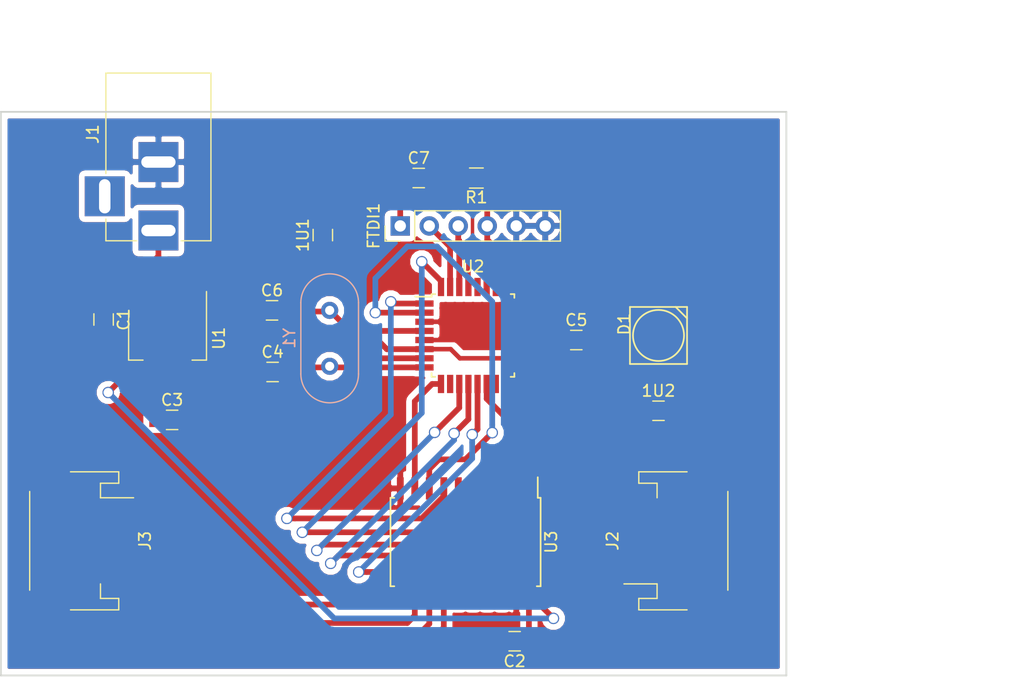
<source format=kicad_pcb>
(kicad_pcb (version 4) (host pcbnew 4.0.7)

  (general
    (links 59)
    (no_connects 6)
    (area 113.324999 56.3 206.85 115.075001)
    (thickness 1.6)
    (drawings 6)
    (tracks 204)
    (zones 0)
    (modules 19)
    (nets 29)
  )

  (page A4)
  (layers
    (0 F.Cu signal)
    (31 B.Cu signal)
    (32 B.Adhes user)
    (33 F.Adhes user)
    (34 B.Paste user)
    (35 F.Paste user)
    (36 B.SilkS user)
    (37 F.SilkS user)
    (38 B.Mask user)
    (39 F.Mask user)
    (40 Dwgs.User user)
    (41 Cmts.User user)
    (42 Eco1.User user)
    (43 Eco2.User user)
    (44 Edge.Cuts user)
    (45 Margin user)
    (46 B.CrtYd user)
    (47 F.CrtYd user)
    (48 B.Fab user)
    (49 F.Fab user)
  )

  (setup
    (last_trace_width 0.5)
    (trace_clearance 0.2)
    (zone_clearance 0.508)
    (zone_45_only no)
    (trace_min 0.2)
    (segment_width 0.2)
    (edge_width 0.15)
    (via_size 1.5)
    (via_drill 0.8)
    (via_min_size 0.4)
    (via_min_drill 0.3)
    (uvia_size 0.3)
    (uvia_drill 0.1)
    (uvias_allowed no)
    (uvia_min_size 0.2)
    (uvia_min_drill 0.1)
    (pcb_text_width 0.3)
    (pcb_text_size 1.5 1.5)
    (mod_edge_width 0.15)
    (mod_text_size 1 1)
    (mod_text_width 0.15)
    (pad_size 2 3.8)
    (pad_drill 0)
    (pad_to_mask_clearance 0.2)
    (aux_axis_origin 113.4 115)
    (visible_elements FFFFE77F)
    (pcbplotparams
      (layerselection 0x01000_80000001)
      (usegerberextensions false)
      (excludeedgelayer true)
      (linewidth 0.100000)
      (plotframeref false)
      (viasonmask false)
      (mode 1)
      (useauxorigin true)
      (hpglpennumber 1)
      (hpglpenspeed 20)
      (hpglpendiameter 15)
      (hpglpenoverlay 2)
      (psnegative false)
      (psa4output false)
      (plotreference true)
      (plotvalue true)
      (plotinvisibletext false)
      (padsonsilk false)
      (subtractmaskfromsilk false)
      (outputformat 1)
      (mirror false)
      (drillshape 0)
      (scaleselection 1)
      (outputdirectory ""))
  )

  (net 0 "")
  (net 1 VCC)
  (net 2 GND)
  (net 3 "Net-(C1-Pad1)")
  (net 4 "Net-(C4-Pad2)")
  (net 5 "Net-(C5-Pad1)")
  (net 6 "Net-(C6-Pad2)")
  (net 7 RST)
  (net 8 reset_in)
  (net 9 led)
  (net 10 TX0)
  (net 11 RXI)
  (net 12 "Net-(J2-Pad1)")
  (net 13 "Net-(J2-Pad2)")
  (net 14 "Net-(J2-Pad3)")
  (net 15 "Net-(J2-Pad4)")
  (net 16 "Net-(J3-Pad1)")
  (net 17 "Net-(J3-Pad2)")
  (net 18 "Net-(J3-Pad3)")
  (net 19 "Net-(J3-Pad4)")
  (net 20 2)
  (net 21 3)
  (net 22 4)
  (net 23 11)
  (net 24 12)
  (net 25 13)
  (net 26 14)
  (net 27 en)
  (net 28 1)

  (net_class Default "This is the default net class."
    (clearance 0.2)
    (trace_width 0.5)
    (via_dia 1.5)
    (via_drill 0.8)
    (uvia_dia 0.3)
    (uvia_drill 0.1)
    (add_net 1)
    (add_net 11)
    (add_net 12)
    (add_net 13)
    (add_net 14)
    (add_net 2)
    (add_net 3)
    (add_net 4)
    (add_net GND)
    (add_net "Net-(C1-Pad1)")
    (add_net "Net-(C4-Pad2)")
    (add_net "Net-(C5-Pad1)")
    (add_net "Net-(C6-Pad2)")
    (add_net "Net-(J2-Pad1)")
    (add_net "Net-(J2-Pad2)")
    (add_net "Net-(J2-Pad3)")
    (add_net "Net-(J2-Pad4)")
    (add_net "Net-(J3-Pad1)")
    (add_net "Net-(J3-Pad2)")
    (add_net "Net-(J3-Pad3)")
    (add_net "Net-(J3-Pad4)")
    (add_net RST)
    (add_net RXI)
    (add_net TX0)
    (add_net VCC)
    (add_net en)
    (add_net led)
    (add_net reset_in)
  )

  (module Crystals:Crystal_HC18-U_Vertical (layer B.Cu) (tedit 58CD2E9B) (tstamp 5A26DD5C)
    (at 142.2 83 270)
    (descr "Crystal THT HC-18/U, http://5hertz.com/pdfs/04404_D.pdf")
    (tags "THT crystalHC-18/U")
    (path /5A270F6A)
    (fp_text reference Y1 (at 2.45 3.525 270) (layer B.SilkS)
      (effects (font (size 1 1) (thickness 0.15)) (justify mirror))
    )
    (fp_text value 8MHZ (at 2.45 -3.525 270) (layer B.Fab)
      (effects (font (size 1 1) (thickness 0.15)) (justify mirror))
    )
    (fp_text user %R (at 3.2 0 540) (layer B.Fab)
      (effects (font (size 1 1) (thickness 0.15)) (justify mirror))
    )
    (fp_line (start -0.675 2.325) (end 5.575 2.325) (layer B.Fab) (width 0.1))
    (fp_line (start -0.675 -2.325) (end 5.575 -2.325) (layer B.Fab) (width 0.1))
    (fp_line (start -0.55 2) (end 5.45 2) (layer B.Fab) (width 0.1))
    (fp_line (start -0.55 -2) (end 5.45 -2) (layer B.Fab) (width 0.1))
    (fp_line (start -0.675 2.525) (end 5.575 2.525) (layer B.SilkS) (width 0.12))
    (fp_line (start -0.675 -2.525) (end 5.575 -2.525) (layer B.SilkS) (width 0.12))
    (fp_line (start -3.5 2.8) (end -3.5 -2.8) (layer B.CrtYd) (width 0.05))
    (fp_line (start -3.5 -2.8) (end 8.4 -2.8) (layer B.CrtYd) (width 0.05))
    (fp_line (start 8.4 -2.8) (end 8.4 2.8) (layer B.CrtYd) (width 0.05))
    (fp_line (start 8.4 2.8) (end -3.5 2.8) (layer B.CrtYd) (width 0.05))
    (fp_arc (start -0.675 0) (end -0.675 2.325) (angle 180) (layer B.Fab) (width 0.1))
    (fp_arc (start 5.575 0) (end 5.575 2.325) (angle -180) (layer B.Fab) (width 0.1))
    (fp_arc (start -0.55 0) (end -0.55 2) (angle 180) (layer B.Fab) (width 0.1))
    (fp_arc (start 5.45 0) (end 5.45 2) (angle -180) (layer B.Fab) (width 0.1))
    (fp_arc (start -0.675 0) (end -0.675 2.525) (angle 180) (layer B.SilkS) (width 0.12))
    (fp_arc (start 5.575 0) (end 5.575 2.525) (angle -180) (layer B.SilkS) (width 0.12))
    (pad 1 thru_hole circle (at 0 0 270) (size 1.5 1.5) (drill 0.8) (layers *.Cu *.Mask)
      (net 4 "Net-(C4-Pad2)"))
    (pad 2 thru_hole circle (at 4.9 0 270) (size 1.5 1.5) (drill 0.8) (layers *.Cu *.Mask)
      (net 6 "Net-(C6-Pad2)"))
    (model ${KISYS3DMOD}/Crystals.3dshapes/Crystal_HC18-U_Vertical.wrl
      (at (xyz 0 0 0))
      (scale (xyz 0.393701 0.393701 0.393701))
      (rotate (xyz 0 0 0))
    )
  )

  (module Capacitors_SMD:C_0805_HandSoldering (layer F.Cu) (tedit 58AA84A8) (tstamp 5A26DCA8)
    (at 141.6 76.4 90)
    (descr "Capacitor SMD 0805, hand soldering")
    (tags "capacitor 0805")
    (path /5A270F7E)
    (attr smd)
    (fp_text reference 1U1 (at 0 -1.75 90) (layer F.SilkS)
      (effects (font (size 1 1) (thickness 0.15)))
    )
    (fp_text value 0,1U (at 0 1.75 90) (layer F.Fab)
      (effects (font (size 1 1) (thickness 0.15)))
    )
    (fp_text user %R (at 0 -1.75 90) (layer F.Fab)
      (effects (font (size 1 1) (thickness 0.15)))
    )
    (fp_line (start -1 0.62) (end -1 -0.62) (layer F.Fab) (width 0.1))
    (fp_line (start 1 0.62) (end -1 0.62) (layer F.Fab) (width 0.1))
    (fp_line (start 1 -0.62) (end 1 0.62) (layer F.Fab) (width 0.1))
    (fp_line (start -1 -0.62) (end 1 -0.62) (layer F.Fab) (width 0.1))
    (fp_line (start 0.5 -0.85) (end -0.5 -0.85) (layer F.SilkS) (width 0.12))
    (fp_line (start -0.5 0.85) (end 0.5 0.85) (layer F.SilkS) (width 0.12))
    (fp_line (start -2.25 -0.88) (end 2.25 -0.88) (layer F.CrtYd) (width 0.05))
    (fp_line (start -2.25 -0.88) (end -2.25 0.87) (layer F.CrtYd) (width 0.05))
    (fp_line (start 2.25 0.87) (end 2.25 -0.88) (layer F.CrtYd) (width 0.05))
    (fp_line (start 2.25 0.87) (end -2.25 0.87) (layer F.CrtYd) (width 0.05))
    (pad 1 smd rect (at -1.25 0 90) (size 1.5 1.25) (layers F.Cu F.Paste F.Mask)
      (net 1 VCC))
    (pad 2 smd rect (at 1.25 0 90) (size 1.5 1.25) (layers F.Cu F.Paste F.Mask)
      (net 2 GND))
    (model Capacitors_SMD.3dshapes/C_0805.wrl
      (at (xyz 0 0 0))
      (scale (xyz 1 1 1))
      (rotate (xyz 0 0 0))
    )
  )

  (module Capacitors_SMD:C_0805_HandSoldering (layer F.Cu) (tedit 58AA84A8) (tstamp 5A26DCAE)
    (at 171 91.8)
    (descr "Capacitor SMD 0805, hand soldering")
    (tags "capacitor 0805")
    (path /5A271DCC)
    (attr smd)
    (fp_text reference 1U2 (at 0 -1.75) (layer F.SilkS)
      (effects (font (size 1 1) (thickness 0.15)))
    )
    (fp_text value 0,1U (at 0 1.75) (layer F.Fab)
      (effects (font (size 1 1) (thickness 0.15)))
    )
    (fp_text user %R (at 0 -1.75) (layer F.Fab)
      (effects (font (size 1 1) (thickness 0.15)))
    )
    (fp_line (start -1 0.62) (end -1 -0.62) (layer F.Fab) (width 0.1))
    (fp_line (start 1 0.62) (end -1 0.62) (layer F.Fab) (width 0.1))
    (fp_line (start 1 -0.62) (end 1 0.62) (layer F.Fab) (width 0.1))
    (fp_line (start -1 -0.62) (end 1 -0.62) (layer F.Fab) (width 0.1))
    (fp_line (start 0.5 -0.85) (end -0.5 -0.85) (layer F.SilkS) (width 0.12))
    (fp_line (start -0.5 0.85) (end 0.5 0.85) (layer F.SilkS) (width 0.12))
    (fp_line (start -2.25 -0.88) (end 2.25 -0.88) (layer F.CrtYd) (width 0.05))
    (fp_line (start -2.25 -0.88) (end -2.25 0.87) (layer F.CrtYd) (width 0.05))
    (fp_line (start 2.25 0.87) (end 2.25 -0.88) (layer F.CrtYd) (width 0.05))
    (fp_line (start 2.25 0.87) (end -2.25 0.87) (layer F.CrtYd) (width 0.05))
    (pad 1 smd rect (at -1.25 0) (size 1.5 1.25) (layers F.Cu F.Paste F.Mask)
      (net 1 VCC))
    (pad 2 smd rect (at 1.25 0) (size 1.5 1.25) (layers F.Cu F.Paste F.Mask)
      (net 2 GND))
    (model Capacitors_SMD.3dshapes/C_0805.wrl
      (at (xyz 0 0 0))
      (scale (xyz 1 1 1))
      (rotate (xyz 0 0 0))
    )
  )

  (module Capacitors_SMD:C_0805_HandSoldering (layer F.Cu) (tedit 58AA84A8) (tstamp 5A26DCB4)
    (at 122.4 83.8 270)
    (descr "Capacitor SMD 0805, hand soldering")
    (tags "capacitor 0805")
    (path /5A274728)
    (attr smd)
    (fp_text reference C1 (at 0 -1.75 270) (layer F.SilkS)
      (effects (font (size 1 1) (thickness 0.15)))
    )
    (fp_text value C (at 0 1.75 270) (layer F.Fab)
      (effects (font (size 1 1) (thickness 0.15)))
    )
    (fp_text user %R (at 0 -1.75 270) (layer F.Fab)
      (effects (font (size 1 1) (thickness 0.15)))
    )
    (fp_line (start -1 0.62) (end -1 -0.62) (layer F.Fab) (width 0.1))
    (fp_line (start 1 0.62) (end -1 0.62) (layer F.Fab) (width 0.1))
    (fp_line (start 1 -0.62) (end 1 0.62) (layer F.Fab) (width 0.1))
    (fp_line (start -1 -0.62) (end 1 -0.62) (layer F.Fab) (width 0.1))
    (fp_line (start 0.5 -0.85) (end -0.5 -0.85) (layer F.SilkS) (width 0.12))
    (fp_line (start -0.5 0.85) (end 0.5 0.85) (layer F.SilkS) (width 0.12))
    (fp_line (start -2.25 -0.88) (end 2.25 -0.88) (layer F.CrtYd) (width 0.05))
    (fp_line (start -2.25 -0.88) (end -2.25 0.87) (layer F.CrtYd) (width 0.05))
    (fp_line (start 2.25 0.87) (end 2.25 -0.88) (layer F.CrtYd) (width 0.05))
    (fp_line (start 2.25 0.87) (end -2.25 0.87) (layer F.CrtYd) (width 0.05))
    (pad 1 smd rect (at -1.25 0 270) (size 1.5 1.25) (layers F.Cu F.Paste F.Mask)
      (net 3 "Net-(C1-Pad1)"))
    (pad 2 smd rect (at 1.25 0 270) (size 1.5 1.25) (layers F.Cu F.Paste F.Mask)
      (net 2 GND))
    (model Capacitors_SMD.3dshapes/C_0805.wrl
      (at (xyz 0 0 0))
      (scale (xyz 1 1 1))
      (rotate (xyz 0 0 0))
    )
  )

  (module Capacitors_SMD:C_0805_HandSoldering (layer F.Cu) (tedit 58AA84A8) (tstamp 5A26DCBA)
    (at 158.4 112 180)
    (descr "Capacitor SMD 0805, hand soldering")
    (tags "capacitor 0805")
    (path /5A274761)
    (attr smd)
    (fp_text reference C2 (at 0 -1.75 180) (layer F.SilkS)
      (effects (font (size 1 1) (thickness 0.15)))
    )
    (fp_text value C (at -3.4 -0.4 180) (layer F.Fab)
      (effects (font (size 1 1) (thickness 0.15)))
    )
    (fp_text user %R (at 0 -1.75 180) (layer F.Fab)
      (effects (font (size 1 1) (thickness 0.15)))
    )
    (fp_line (start -1 0.62) (end -1 -0.62) (layer F.Fab) (width 0.1))
    (fp_line (start 1 0.62) (end -1 0.62) (layer F.Fab) (width 0.1))
    (fp_line (start 1 -0.62) (end 1 0.62) (layer F.Fab) (width 0.1))
    (fp_line (start -1 -0.62) (end 1 -0.62) (layer F.Fab) (width 0.1))
    (fp_line (start 0.5 -0.85) (end -0.5 -0.85) (layer F.SilkS) (width 0.12))
    (fp_line (start -0.5 0.85) (end 0.5 0.85) (layer F.SilkS) (width 0.12))
    (fp_line (start -2.25 -0.88) (end 2.25 -0.88) (layer F.CrtYd) (width 0.05))
    (fp_line (start -2.25 -0.88) (end -2.25 0.87) (layer F.CrtYd) (width 0.05))
    (fp_line (start 2.25 0.87) (end 2.25 -0.88) (layer F.CrtYd) (width 0.05))
    (fp_line (start 2.25 0.87) (end -2.25 0.87) (layer F.CrtYd) (width 0.05))
    (pad 1 smd rect (at -1.25 0 180) (size 1.5 1.25) (layers F.Cu F.Paste F.Mask)
      (net 1 VCC))
    (pad 2 smd rect (at 1.25 0 180) (size 1.5 1.25) (layers F.Cu F.Paste F.Mask)
      (net 2 GND))
    (model Capacitors_SMD.3dshapes/C_0805.wrl
      (at (xyz 0 0 0))
      (scale (xyz 1 1 1))
      (rotate (xyz 0 0 0))
    )
  )

  (module Capacitors_SMD:C_0805_HandSoldering (layer F.Cu) (tedit 58AA84A8) (tstamp 5A26DCC0)
    (at 128.4 92.6)
    (descr "Capacitor SMD 0805, hand soldering")
    (tags "capacitor 0805")
    (path /5A27509C)
    (attr smd)
    (fp_text reference C3 (at 0 -1.75) (layer F.SilkS)
      (effects (font (size 1 1) (thickness 0.15)))
    )
    (fp_text value C (at 0 1.75) (layer F.Fab)
      (effects (font (size 1 1) (thickness 0.15)))
    )
    (fp_text user %R (at 0 -1.75) (layer F.Fab)
      (effects (font (size 1 1) (thickness 0.15)))
    )
    (fp_line (start -1 0.62) (end -1 -0.62) (layer F.Fab) (width 0.1))
    (fp_line (start 1 0.62) (end -1 0.62) (layer F.Fab) (width 0.1))
    (fp_line (start 1 -0.62) (end 1 0.62) (layer F.Fab) (width 0.1))
    (fp_line (start -1 -0.62) (end 1 -0.62) (layer F.Fab) (width 0.1))
    (fp_line (start 0.5 -0.85) (end -0.5 -0.85) (layer F.SilkS) (width 0.12))
    (fp_line (start -0.5 0.85) (end 0.5 0.85) (layer F.SilkS) (width 0.12))
    (fp_line (start -2.25 -0.88) (end 2.25 -0.88) (layer F.CrtYd) (width 0.05))
    (fp_line (start -2.25 -0.88) (end -2.25 0.87) (layer F.CrtYd) (width 0.05))
    (fp_line (start 2.25 0.87) (end 2.25 -0.88) (layer F.CrtYd) (width 0.05))
    (fp_line (start 2.25 0.87) (end -2.25 0.87) (layer F.CrtYd) (width 0.05))
    (pad 1 smd rect (at -1.25 0) (size 1.5 1.25) (layers F.Cu F.Paste F.Mask)
      (net 1 VCC))
    (pad 2 smd rect (at 1.25 0) (size 1.5 1.25) (layers F.Cu F.Paste F.Mask)
      (net 2 GND))
    (model Capacitors_SMD.3dshapes/C_0805.wrl
      (at (xyz 0 0 0))
      (scale (xyz 1 1 1))
      (rotate (xyz 0 0 0))
    )
  )

  (module Capacitors_SMD:C_0805_HandSoldering (layer F.Cu) (tedit 58AA84A8) (tstamp 5A26DCC6)
    (at 137.2 88.4)
    (descr "Capacitor SMD 0805, hand soldering")
    (tags "capacitor 0805")
    (path /5A270F78)
    (attr smd)
    (fp_text reference C4 (at 0 -1.75) (layer F.SilkS)
      (effects (font (size 1 1) (thickness 0.15)))
    )
    (fp_text value 22pf (at 0 1.75) (layer F.Fab)
      (effects (font (size 1 1) (thickness 0.15)))
    )
    (fp_text user %R (at 0 -1.75) (layer F.Fab)
      (effects (font (size 1 1) (thickness 0.15)))
    )
    (fp_line (start -1 0.62) (end -1 -0.62) (layer F.Fab) (width 0.1))
    (fp_line (start 1 0.62) (end -1 0.62) (layer F.Fab) (width 0.1))
    (fp_line (start 1 -0.62) (end 1 0.62) (layer F.Fab) (width 0.1))
    (fp_line (start -1 -0.62) (end 1 -0.62) (layer F.Fab) (width 0.1))
    (fp_line (start 0.5 -0.85) (end -0.5 -0.85) (layer F.SilkS) (width 0.12))
    (fp_line (start -0.5 0.85) (end 0.5 0.85) (layer F.SilkS) (width 0.12))
    (fp_line (start -2.25 -0.88) (end 2.25 -0.88) (layer F.CrtYd) (width 0.05))
    (fp_line (start -2.25 -0.88) (end -2.25 0.87) (layer F.CrtYd) (width 0.05))
    (fp_line (start 2.25 0.87) (end 2.25 -0.88) (layer F.CrtYd) (width 0.05))
    (fp_line (start 2.25 0.87) (end -2.25 0.87) (layer F.CrtYd) (width 0.05))
    (pad 1 smd rect (at -1.25 0) (size 1.5 1.25) (layers F.Cu F.Paste F.Mask)
      (net 2 GND))
    (pad 2 smd rect (at 1.25 0) (size 1.5 1.25) (layers F.Cu F.Paste F.Mask)
      (net 4 "Net-(C4-Pad2)"))
    (model Capacitors_SMD.3dshapes/C_0805.wrl
      (at (xyz 0 0 0))
      (scale (xyz 1 1 1))
      (rotate (xyz 0 0 0))
    )
  )

  (module Capacitors_SMD:C_0805_HandSoldering (layer F.Cu) (tedit 58AA84A8) (tstamp 5A26DCCC)
    (at 163.8 85.6)
    (descr "Capacitor SMD 0805, hand soldering")
    (tags "capacitor 0805")
    (path /5A270F6B)
    (attr smd)
    (fp_text reference C5 (at 0 -1.75) (layer F.SilkS)
      (effects (font (size 1 1) (thickness 0.15)))
    )
    (fp_text value 0,1U (at -0.2 3) (layer F.Fab)
      (effects (font (size 1 1) (thickness 0.15)))
    )
    (fp_text user %R (at 0 -1.75) (layer F.Fab)
      (effects (font (size 1 1) (thickness 0.15)))
    )
    (fp_line (start -1 0.62) (end -1 -0.62) (layer F.Fab) (width 0.1))
    (fp_line (start 1 0.62) (end -1 0.62) (layer F.Fab) (width 0.1))
    (fp_line (start 1 -0.62) (end 1 0.62) (layer F.Fab) (width 0.1))
    (fp_line (start -1 -0.62) (end 1 -0.62) (layer F.Fab) (width 0.1))
    (fp_line (start 0.5 -0.85) (end -0.5 -0.85) (layer F.SilkS) (width 0.12))
    (fp_line (start -0.5 0.85) (end 0.5 0.85) (layer F.SilkS) (width 0.12))
    (fp_line (start -2.25 -0.88) (end 2.25 -0.88) (layer F.CrtYd) (width 0.05))
    (fp_line (start -2.25 -0.88) (end -2.25 0.87) (layer F.CrtYd) (width 0.05))
    (fp_line (start 2.25 0.87) (end 2.25 -0.88) (layer F.CrtYd) (width 0.05))
    (fp_line (start 2.25 0.87) (end -2.25 0.87) (layer F.CrtYd) (width 0.05))
    (pad 1 smd rect (at -1.25 0) (size 1.5 1.25) (layers F.Cu F.Paste F.Mask)
      (net 5 "Net-(C5-Pad1)"))
    (pad 2 smd rect (at 1.25 0) (size 1.5 1.25) (layers F.Cu F.Paste F.Mask)
      (net 2 GND))
    (model Capacitors_SMD.3dshapes/C_0805.wrl
      (at (xyz 0 0 0))
      (scale (xyz 1 1 1))
      (rotate (xyz 0 0 0))
    )
  )

  (module Capacitors_SMD:C_0805_HandSoldering (layer F.Cu) (tedit 58AA84A8) (tstamp 5A26DCD2)
    (at 137.15 83)
    (descr "Capacitor SMD 0805, hand soldering")
    (tags "capacitor 0805")
    (path /5A270F77)
    (attr smd)
    (fp_text reference C6 (at 0 -1.75) (layer F.SilkS)
      (effects (font (size 1 1) (thickness 0.15)))
    )
    (fp_text value 22pf (at 0 1.75) (layer F.Fab)
      (effects (font (size 1 1) (thickness 0.15)))
    )
    (fp_text user %R (at 0 -1.75) (layer F.Fab)
      (effects (font (size 1 1) (thickness 0.15)))
    )
    (fp_line (start -1 0.62) (end -1 -0.62) (layer F.Fab) (width 0.1))
    (fp_line (start 1 0.62) (end -1 0.62) (layer F.Fab) (width 0.1))
    (fp_line (start 1 -0.62) (end 1 0.62) (layer F.Fab) (width 0.1))
    (fp_line (start -1 -0.62) (end 1 -0.62) (layer F.Fab) (width 0.1))
    (fp_line (start 0.5 -0.85) (end -0.5 -0.85) (layer F.SilkS) (width 0.12))
    (fp_line (start -0.5 0.85) (end 0.5 0.85) (layer F.SilkS) (width 0.12))
    (fp_line (start -2.25 -0.88) (end 2.25 -0.88) (layer F.CrtYd) (width 0.05))
    (fp_line (start -2.25 -0.88) (end -2.25 0.87) (layer F.CrtYd) (width 0.05))
    (fp_line (start 2.25 0.87) (end 2.25 -0.88) (layer F.CrtYd) (width 0.05))
    (fp_line (start 2.25 0.87) (end -2.25 0.87) (layer F.CrtYd) (width 0.05))
    (pad 1 smd rect (at -1.25 0) (size 1.5 1.25) (layers F.Cu F.Paste F.Mask)
      (net 2 GND))
    (pad 2 smd rect (at 1.25 0) (size 1.5 1.25) (layers F.Cu F.Paste F.Mask)
      (net 6 "Net-(C6-Pad2)"))
    (model Capacitors_SMD.3dshapes/C_0805.wrl
      (at (xyz 0 0 0))
      (scale (xyz 1 1 1))
      (rotate (xyz 0 0 0))
    )
  )

  (module Capacitors_SMD:C_0805_HandSoldering (layer F.Cu) (tedit 58AA84A8) (tstamp 5A26DCD8)
    (at 150 71.4)
    (descr "Capacitor SMD 0805, hand soldering")
    (tags "capacitor 0805")
    (path /5A270F6E)
    (attr smd)
    (fp_text reference C7 (at 0 -1.75) (layer F.SilkS)
      (effects (font (size 1 1) (thickness 0.15)))
    )
    (fp_text value 0,1u (at -4 0) (layer F.Fab)
      (effects (font (size 1 1) (thickness 0.15)))
    )
    (fp_text user %R (at 0 -1.75) (layer F.Fab)
      (effects (font (size 1 1) (thickness 0.15)))
    )
    (fp_line (start -1 0.62) (end -1 -0.62) (layer F.Fab) (width 0.1))
    (fp_line (start 1 0.62) (end -1 0.62) (layer F.Fab) (width 0.1))
    (fp_line (start 1 -0.62) (end 1 0.62) (layer F.Fab) (width 0.1))
    (fp_line (start -1 -0.62) (end 1 -0.62) (layer F.Fab) (width 0.1))
    (fp_line (start 0.5 -0.85) (end -0.5 -0.85) (layer F.SilkS) (width 0.12))
    (fp_line (start -0.5 0.85) (end 0.5 0.85) (layer F.SilkS) (width 0.12))
    (fp_line (start -2.25 -0.88) (end 2.25 -0.88) (layer F.CrtYd) (width 0.05))
    (fp_line (start -2.25 -0.88) (end -2.25 0.87) (layer F.CrtYd) (width 0.05))
    (fp_line (start 2.25 0.87) (end 2.25 -0.88) (layer F.CrtYd) (width 0.05))
    (fp_line (start 2.25 0.87) (end -2.25 0.87) (layer F.CrtYd) (width 0.05))
    (pad 1 smd rect (at -1.25 0) (size 1.5 1.25) (layers F.Cu F.Paste F.Mask)
      (net 7 RST))
    (pad 2 smd rect (at 1.25 0) (size 1.5 1.25) (layers F.Cu F.Paste F.Mask)
      (net 8 reset_in))
    (model Capacitors_SMD.3dshapes/C_0805.wrl
      (at (xyz 0 0 0))
      (scale (xyz 1 1 1))
      (rotate (xyz 0 0 0))
    )
  )

  (module Libs:WS2812B (layer F.Cu) (tedit 5A08950F) (tstamp 5A26DCE0)
    (at 171 85.2 90)
    (path /5A271785)
    (fp_text reference D1 (at 1 -3 90) (layer F.SilkS)
      (effects (font (size 1 1) (thickness 0.15)))
    )
    (fp_text value WS2812B (at 0 4 90) (layer F.Fab)
      (effects (font (size 1 1) (thickness 0.15)))
    )
    (fp_line (start -2.5 -2.5) (end 2.5 -2.5) (layer F.SilkS) (width 0.15))
    (fp_line (start 2.5 -2.5) (end 2.5 2.5) (layer F.SilkS) (width 0.15))
    (fp_line (start 2.5 2.5) (end -2.5 2.5) (layer F.SilkS) (width 0.15))
    (fp_line (start -2.5 2.5) (end -2.5 -2.5) (layer F.SilkS) (width 0.15))
    (fp_line (start 2.5 1.5) (end 1.5 2.5) (layer F.SilkS) (width 0.15))
    (fp_circle (center 0 0) (end 2 1) (layer F.SilkS) (width 0.15))
    (pad 1 smd trapezoid (at 2.9 1.5 90) (size 2 1.5) (layers F.Cu F.Paste F.Mask)
      (net 2 GND))
    (pad 2 smd trapezoid (at 2.9 -1.5 90) (size 2 1.5) (layers F.Cu F.Paste F.Mask)
      (net 9 led))
    (pad 3 smd trapezoid (at -2.9 -1.5 90) (size 2 1.5) (layers F.Cu F.Paste F.Mask)
      (net 1 VCC))
    (pad 4 smd trapezoid (at -2.9 1.5 90) (size 2 1.5) (layers F.Cu F.Paste F.Mask))
  )

  (module Pin_Headers:Pin_Header_Straight_1x06_Pitch2.54mm (layer F.Cu) (tedit 59650532) (tstamp 5A26DCEA)
    (at 148.38 75.6 90)
    (descr "Through hole straight pin header, 1x06, 2.54mm pitch, single row")
    (tags "Through hole pin header THT 1x06 2.54mm single row")
    (path /5A270F6F)
    (fp_text reference FTDI1 (at 0 -2.33 90) (layer F.SilkS)
      (effects (font (size 1 1) (thickness 0.15)))
    )
    (fp_text value FTDI (at 0 15.03 90) (layer F.Fab)
      (effects (font (size 1 1) (thickness 0.15)))
    )
    (fp_line (start -0.635 -1.27) (end 1.27 -1.27) (layer F.Fab) (width 0.1))
    (fp_line (start 1.27 -1.27) (end 1.27 13.97) (layer F.Fab) (width 0.1))
    (fp_line (start 1.27 13.97) (end -1.27 13.97) (layer F.Fab) (width 0.1))
    (fp_line (start -1.27 13.97) (end -1.27 -0.635) (layer F.Fab) (width 0.1))
    (fp_line (start -1.27 -0.635) (end -0.635 -1.27) (layer F.Fab) (width 0.1))
    (fp_line (start -1.33 14.03) (end 1.33 14.03) (layer F.SilkS) (width 0.12))
    (fp_line (start -1.33 1.27) (end -1.33 14.03) (layer F.SilkS) (width 0.12))
    (fp_line (start 1.33 1.27) (end 1.33 14.03) (layer F.SilkS) (width 0.12))
    (fp_line (start -1.33 1.27) (end 1.33 1.27) (layer F.SilkS) (width 0.12))
    (fp_line (start -1.33 0) (end -1.33 -1.33) (layer F.SilkS) (width 0.12))
    (fp_line (start -1.33 -1.33) (end 0 -1.33) (layer F.SilkS) (width 0.12))
    (fp_line (start -1.8 -1.8) (end -1.8 14.5) (layer F.CrtYd) (width 0.05))
    (fp_line (start -1.8 14.5) (end 1.8 14.5) (layer F.CrtYd) (width 0.05))
    (fp_line (start 1.8 14.5) (end 1.8 -1.8) (layer F.CrtYd) (width 0.05))
    (fp_line (start 1.8 -1.8) (end -1.8 -1.8) (layer F.CrtYd) (width 0.05))
    (fp_text user %R (at 0.2 4.34 180) (layer F.Fab)
      (effects (font (size 1 1) (thickness 0.15)))
    )
    (pad 1 thru_hole rect (at 0 0 90) (size 1.7 1.7) (drill 1) (layers *.Cu *.Mask)
      (net 7 RST))
    (pad 2 thru_hole oval (at 0 2.54 90) (size 1.7 1.7) (drill 1) (layers *.Cu *.Mask)
      (net 10 TX0))
    (pad 3 thru_hole oval (at 0 5.08 90) (size 1.7 1.7) (drill 1) (layers *.Cu *.Mask)
      (net 11 RXI))
    (pad 4 thru_hole oval (at 0 7.62 90) (size 1.7 1.7) (drill 1) (layers *.Cu *.Mask)
      (net 1 VCC))
    (pad 5 thru_hole oval (at 0 10.16 90) (size 1.7 1.7) (drill 1) (layers *.Cu *.Mask)
      (net 2 GND))
    (pad 6 thru_hole oval (at 0 12.7 90) (size 1.7 1.7) (drill 1) (layers *.Cu *.Mask)
      (net 2 GND))
    (model ${KISYS3DMOD}/Pin_Headers.3dshapes/Pin_Header_Straight_1x06_Pitch2.54mm.wrl
      (at (xyz 0 0 0))
      (scale (xyz 1 1 1))
      (rotate (xyz 0 0 0))
    )
  )

  (module Connectors:BARREL_JACK (layer F.Cu) (tedit 5861378E) (tstamp 5A26DCF1)
    (at 127.2 76 270)
    (descr "DC Barrel Jack")
    (tags "Power Jack")
    (path /5A27172C)
    (fp_text reference J1 (at -8.45 5.75 450) (layer F.SilkS)
      (effects (font (size 1 1) (thickness 0.15)))
    )
    (fp_text value Barrel_Jack (at -6.2 -5.5 270) (layer F.Fab)
      (effects (font (size 1 1) (thickness 0.15)))
    )
    (fp_line (start 1 -4.5) (end 1 -4.75) (layer F.CrtYd) (width 0.05))
    (fp_line (start 1 -4.75) (end -14 -4.75) (layer F.CrtYd) (width 0.05))
    (fp_line (start 1 -4.5) (end 1 -2) (layer F.CrtYd) (width 0.05))
    (fp_line (start 1 -2) (end 2 -2) (layer F.CrtYd) (width 0.05))
    (fp_line (start 2 -2) (end 2 2) (layer F.CrtYd) (width 0.05))
    (fp_line (start 2 2) (end 1 2) (layer F.CrtYd) (width 0.05))
    (fp_line (start 1 2) (end 1 4.75) (layer F.CrtYd) (width 0.05))
    (fp_line (start 1 4.75) (end -1 4.75) (layer F.CrtYd) (width 0.05))
    (fp_line (start -1 4.75) (end -1 6.75) (layer F.CrtYd) (width 0.05))
    (fp_line (start -1 6.75) (end -5 6.75) (layer F.CrtYd) (width 0.05))
    (fp_line (start -5 6.75) (end -5 4.75) (layer F.CrtYd) (width 0.05))
    (fp_line (start -5 4.75) (end -14 4.75) (layer F.CrtYd) (width 0.05))
    (fp_line (start -14 4.75) (end -14 -4.75) (layer F.CrtYd) (width 0.05))
    (fp_line (start -5 4.6) (end -13.8 4.6) (layer F.SilkS) (width 0.12))
    (fp_line (start -13.8 4.6) (end -13.8 -4.6) (layer F.SilkS) (width 0.12))
    (fp_line (start 0.9 1.9) (end 0.9 4.6) (layer F.SilkS) (width 0.12))
    (fp_line (start 0.9 4.6) (end -1 4.6) (layer F.SilkS) (width 0.12))
    (fp_line (start -13.8 -4.6) (end 0.9 -4.6) (layer F.SilkS) (width 0.12))
    (fp_line (start 0.9 -4.6) (end 0.9 -2) (layer F.SilkS) (width 0.12))
    (fp_line (start -10.2 -4.5) (end -10.2 4.5) (layer F.Fab) (width 0.1))
    (fp_line (start -13.7 -4.5) (end -13.7 4.5) (layer F.Fab) (width 0.1))
    (fp_line (start -13.7 4.5) (end 0.8 4.5) (layer F.Fab) (width 0.1))
    (fp_line (start 0.8 4.5) (end 0.8 -4.5) (layer F.Fab) (width 0.1))
    (fp_line (start 0.8 -4.5) (end -13.7 -4.5) (layer F.Fab) (width 0.1))
    (pad 1 thru_hole rect (at 0 0 270) (size 3.5 3.5) (drill oval 1 3) (layers *.Cu *.Mask)
      (net 3 "Net-(C1-Pad1)"))
    (pad 2 thru_hole rect (at -6 0 270) (size 3.5 3.5) (drill oval 1 3) (layers *.Cu *.Mask)
      (net 2 GND))
    (pad 3 thru_hole rect (at -3 4.7 270) (size 3.5 3.5) (drill oval 3 1) (layers *.Cu *.Mask))
  )

  (module Connectors_JST:JST_PH_S4B-PH-SM4-TB_04x2.00mm_Angled (layer F.Cu) (tedit 58D404C7) (tstamp 5A26DCFB)
    (at 172.6 103.2 90)
    (descr "JST PH series connector, S4B-PH-SM4-TB, side entry type, surface mount, Datasheet: http://www.jst-mfg.com/product/pdf/eng/ePH.pdf")
    (tags "connector jst ph")
    (path /5A2718BC)
    (attr smd)
    (fp_text reference J2 (at 0 -5.625 90) (layer F.SilkS)
      (effects (font (size 1 1) (thickness 0.15)))
    )
    (fp_text value Conn_01x04 (at -0.2 7 90) (layer F.Fab)
      (effects (font (size 1 1) (thickness 0.15)))
    )
    (fp_line (start -5.15 -1.625) (end -5.15 -3.225) (layer F.Fab) (width 0.1))
    (fp_line (start -5.15 -3.225) (end -5.95 -3.225) (layer F.Fab) (width 0.1))
    (fp_line (start -5.95 -3.225) (end -5.95 4.375) (layer F.Fab) (width 0.1))
    (fp_line (start -5.95 4.375) (end 5.95 4.375) (layer F.Fab) (width 0.1))
    (fp_line (start 5.95 4.375) (end 5.95 -3.225) (layer F.Fab) (width 0.1))
    (fp_line (start 5.95 -3.225) (end 5.15 -3.225) (layer F.Fab) (width 0.1))
    (fp_line (start 5.15 -3.225) (end 5.15 -1.625) (layer F.Fab) (width 0.1))
    (fp_line (start 5.15 -1.625) (end -5.15 -1.625) (layer F.Fab) (width 0.1))
    (fp_line (start -3.775 -1.725) (end -5.05 -1.725) (layer F.SilkS) (width 0.12))
    (fp_line (start -5.05 -1.725) (end -5.05 -3.325) (layer F.SilkS) (width 0.12))
    (fp_line (start -5.05 -3.325) (end -6.05 -3.325) (layer F.SilkS) (width 0.12))
    (fp_line (start -6.05 -3.325) (end -6.05 0.9) (layer F.SilkS) (width 0.12))
    (fp_line (start 6.05 0.9) (end 6.05 -3.325) (layer F.SilkS) (width 0.12))
    (fp_line (start 6.05 -3.325) (end 5.05 -3.325) (layer F.SilkS) (width 0.12))
    (fp_line (start 5.05 -3.325) (end 5.05 -1.725) (layer F.SilkS) (width 0.12))
    (fp_line (start 5.05 -1.725) (end 3.775 -1.725) (layer F.SilkS) (width 0.12))
    (fp_line (start -4.325 4.475) (end 4.325 4.475) (layer F.SilkS) (width 0.12))
    (fp_line (start -3.775 -1.725) (end -3.775 -4.625) (layer F.SilkS) (width 0.12))
    (fp_line (start -4 -1.625) (end -3 -0.625) (layer F.Fab) (width 0.1))
    (fp_line (start -3 -0.625) (end -2 -1.625) (layer F.Fab) (width 0.1))
    (fp_line (start -6.6 -5.13) (end -6.6 5.07) (layer F.CrtYd) (width 0.05))
    (fp_line (start -6.6 5.07) (end 6.6 5.07) (layer F.CrtYd) (width 0.05))
    (fp_line (start 6.6 5.07) (end 6.6 -5.13) (layer F.CrtYd) (width 0.05))
    (fp_line (start 6.6 -5.13) (end -6.6 -5.13) (layer F.CrtYd) (width 0.05))
    (fp_text user %R (at 2 2.8 360) (layer F.Fab)
      (effects (font (size 1 1) (thickness 0.15)))
    )
    (pad 1 smd rect (at -3 -2.875 90) (size 1 3.5) (layers F.Cu F.Paste F.Mask)
      (net 12 "Net-(J2-Pad1)"))
    (pad 2 smd rect (at -1 -2.875 90) (size 1 3.5) (layers F.Cu F.Paste F.Mask)
      (net 13 "Net-(J2-Pad2)"))
    (pad 3 smd rect (at 1 -2.875 90) (size 1 3.5) (layers F.Cu F.Paste F.Mask)
      (net 14 "Net-(J2-Pad3)"))
    (pad 4 smd rect (at 3 -2.875 90) (size 1 3.5) (layers F.Cu F.Paste F.Mask)
      (net 15 "Net-(J2-Pad4)"))
    (pad "" smd rect (at -5.35 2.875 90) (size 1.5 3.4) (layers F.Cu F.Paste F.Mask))
    (pad "" smd rect (at 5.35 2.875 90) (size 1.5 3.4) (layers F.Cu F.Paste F.Mask))
    (model ${KISYS3DMOD}/Connectors_JST.3dshapes/JST_PH_S4B-PH-SM4-TB_04x2.00mm_Angled.wrl
      (at (xyz 0 0 0))
      (scale (xyz 1 1 1))
      (rotate (xyz 0 0 0))
    )
  )

  (module Connectors_JST:JST_PH_S4B-PH-SM4-TB_04x2.00mm_Angled (layer F.Cu) (tedit 58D404C7) (tstamp 5A26DD05)
    (at 120.4 103.2 270)
    (descr "JST PH series connector, S4B-PH-SM4-TB, side entry type, surface mount, Datasheet: http://www.jst-mfg.com/product/pdf/eng/ePH.pdf")
    (tags "connector jst ph")
    (path /5A27281C)
    (attr smd)
    (fp_text reference J3 (at 0 -5.625 270) (layer F.SilkS)
      (effects (font (size 1 1) (thickness 0.15)))
    )
    (fp_text value Conn_01x04 (at 0 5.375 270) (layer F.Fab)
      (effects (font (size 1 1) (thickness 0.15)))
    )
    (fp_line (start -5.15 -1.625) (end -5.15 -3.225) (layer F.Fab) (width 0.1))
    (fp_line (start -5.15 -3.225) (end -5.95 -3.225) (layer F.Fab) (width 0.1))
    (fp_line (start -5.95 -3.225) (end -5.95 4.375) (layer F.Fab) (width 0.1))
    (fp_line (start -5.95 4.375) (end 5.95 4.375) (layer F.Fab) (width 0.1))
    (fp_line (start 5.95 4.375) (end 5.95 -3.225) (layer F.Fab) (width 0.1))
    (fp_line (start 5.95 -3.225) (end 5.15 -3.225) (layer F.Fab) (width 0.1))
    (fp_line (start 5.15 -3.225) (end 5.15 -1.625) (layer F.Fab) (width 0.1))
    (fp_line (start 5.15 -1.625) (end -5.15 -1.625) (layer F.Fab) (width 0.1))
    (fp_line (start -3.775 -1.725) (end -5.05 -1.725) (layer F.SilkS) (width 0.12))
    (fp_line (start -5.05 -1.725) (end -5.05 -3.325) (layer F.SilkS) (width 0.12))
    (fp_line (start -5.05 -3.325) (end -6.05 -3.325) (layer F.SilkS) (width 0.12))
    (fp_line (start -6.05 -3.325) (end -6.05 0.9) (layer F.SilkS) (width 0.12))
    (fp_line (start 6.05 0.9) (end 6.05 -3.325) (layer F.SilkS) (width 0.12))
    (fp_line (start 6.05 -3.325) (end 5.05 -3.325) (layer F.SilkS) (width 0.12))
    (fp_line (start 5.05 -3.325) (end 5.05 -1.725) (layer F.SilkS) (width 0.12))
    (fp_line (start 5.05 -1.725) (end 3.775 -1.725) (layer F.SilkS) (width 0.12))
    (fp_line (start -4.325 4.475) (end 4.325 4.475) (layer F.SilkS) (width 0.12))
    (fp_line (start -3.775 -1.725) (end -3.775 -4.625) (layer F.SilkS) (width 0.12))
    (fp_line (start -4 -1.625) (end -3 -0.625) (layer F.Fab) (width 0.1))
    (fp_line (start -3 -0.625) (end -2 -1.625) (layer F.Fab) (width 0.1))
    (fp_line (start -6.6 -5.13) (end -6.6 5.07) (layer F.CrtYd) (width 0.05))
    (fp_line (start -6.6 5.07) (end 6.6 5.07) (layer F.CrtYd) (width 0.05))
    (fp_line (start 6.6 5.07) (end 6.6 -5.13) (layer F.CrtYd) (width 0.05))
    (fp_line (start 6.6 -5.13) (end -6.6 -5.13) (layer F.CrtYd) (width 0.05))
    (fp_text user %R (at -3.2 1.4 540) (layer F.Fab)
      (effects (font (size 1 1) (thickness 0.15)))
    )
    (pad 1 smd rect (at -3 -2.875 270) (size 1 3.5) (layers F.Cu F.Paste F.Mask)
      (net 16 "Net-(J3-Pad1)"))
    (pad 2 smd rect (at -1 -2.875 270) (size 1 3.5) (layers F.Cu F.Paste F.Mask)
      (net 17 "Net-(J3-Pad2)"))
    (pad 3 smd rect (at 1 -2.875 270) (size 1 3.5) (layers F.Cu F.Paste F.Mask)
      (net 18 "Net-(J3-Pad3)"))
    (pad 4 smd rect (at 3 -2.875 270) (size 1 3.5) (layers F.Cu F.Paste F.Mask)
      (net 19 "Net-(J3-Pad4)"))
    (pad "" smd rect (at -5.35 2.875 270) (size 1.5 3.4) (layers F.Cu F.Paste F.Mask))
    (pad "" smd rect (at 5.35 2.875 270) (size 1.5 3.4) (layers F.Cu F.Paste F.Mask))
    (model ${KISYS3DMOD}/Connectors_JST.3dshapes/JST_PH_S4B-PH-SM4-TB_04x2.00mm_Angled.wrl
      (at (xyz 0 0 0))
      (scale (xyz 1 1 1))
      (rotate (xyz 0 0 0))
    )
  )

  (module Resistors_SMD:R_0805_HandSoldering (layer F.Cu) (tedit 58E0A804) (tstamp 5A26DD12)
    (at 155.05 71.4 180)
    (descr "Resistor SMD 0805, hand soldering")
    (tags "resistor 0805")
    (path /5A270F70)
    (attr smd)
    (fp_text reference R1 (at 0 -1.7 180) (layer F.SilkS)
      (effects (font (size 1 1) (thickness 0.15)))
    )
    (fp_text value 10K (at 0 1.75 180) (layer F.Fab)
      (effects (font (size 1 1) (thickness 0.15)))
    )
    (fp_text user %R (at -0.25 0 270) (layer F.Fab)
      (effects (font (size 0.5 0.5) (thickness 0.075)))
    )
    (fp_line (start -1 0.62) (end -1 -0.62) (layer F.Fab) (width 0.1))
    (fp_line (start 1 0.62) (end -1 0.62) (layer F.Fab) (width 0.1))
    (fp_line (start 1 -0.62) (end 1 0.62) (layer F.Fab) (width 0.1))
    (fp_line (start -1 -0.62) (end 1 -0.62) (layer F.Fab) (width 0.1))
    (fp_line (start 0.6 0.88) (end -0.6 0.88) (layer F.SilkS) (width 0.12))
    (fp_line (start -0.6 -0.88) (end 0.6 -0.88) (layer F.SilkS) (width 0.12))
    (fp_line (start -2.35 -0.9) (end 2.35 -0.9) (layer F.CrtYd) (width 0.05))
    (fp_line (start -2.35 -0.9) (end -2.35 0.9) (layer F.CrtYd) (width 0.05))
    (fp_line (start 2.35 0.9) (end 2.35 -0.9) (layer F.CrtYd) (width 0.05))
    (fp_line (start 2.35 0.9) (end -2.35 0.9) (layer F.CrtYd) (width 0.05))
    (pad 1 smd rect (at -1.35 0 180) (size 1.5 1.3) (layers F.Cu F.Paste F.Mask)
      (net 1 VCC))
    (pad 2 smd rect (at 1.35 0 180) (size 1.5 1.3) (layers F.Cu F.Paste F.Mask)
      (net 8 reset_in))
    (model ${KISYS3DMOD}/Resistors_SMD.3dshapes/R_0805.wrl
      (at (xyz 0 0 0))
      (scale (xyz 1 1 1))
      (rotate (xyz 0 0 0))
    )
  )

  (module TO_SOT_Packages_SMD:SOT-223 (layer F.Cu) (tedit 5A26DE2C) (tstamp 5A26DD1A)
    (at 128 85.45 270)
    (descr "module CMS SOT223 4 pins")
    (tags "CMS SOT")
    (path /5A275807)
    (attr smd)
    (fp_text reference U1 (at 0 -4.5 270) (layer F.SilkS)
      (effects (font (size 1 1) (thickness 0.15)))
    )
    (fp_text value AMS117-5.0 (at 1.55 -5 270) (layer F.Fab)
      (effects (font (size 1 1) (thickness 0.15)))
    )
    (fp_text user %R (at 0.545715 -0.225 360) (layer F.Fab)
      (effects (font (size 0.8 0.8) (thickness 0.12)))
    )
    (fp_line (start -1.85 -2.3) (end -0.8 -3.35) (layer F.Fab) (width 0.1))
    (fp_line (start 1.91 3.41) (end 1.91 2.15) (layer F.SilkS) (width 0.12))
    (fp_line (start 1.91 -3.41) (end 1.91 -2.15) (layer F.SilkS) (width 0.12))
    (fp_line (start 4.4 -3.6) (end -4.4 -3.6) (layer F.CrtYd) (width 0.05))
    (fp_line (start 4.4 3.6) (end 4.4 -3.6) (layer F.CrtYd) (width 0.05))
    (fp_line (start -4.4 3.6) (end 4.4 3.6) (layer F.CrtYd) (width 0.05))
    (fp_line (start -4.4 -3.6) (end -4.4 3.6) (layer F.CrtYd) (width 0.05))
    (fp_line (start -1.85 -2.3) (end -1.85 3.35) (layer F.Fab) (width 0.1))
    (fp_line (start -1.85 3.41) (end 1.91 3.41) (layer F.SilkS) (width 0.12))
    (fp_line (start -0.8 -3.35) (end 1.85 -3.35) (layer F.Fab) (width 0.1))
    (fp_line (start -4.1 -3.41) (end 1.91 -3.41) (layer F.SilkS) (width 0.12))
    (fp_line (start -1.85 3.35) (end 1.85 3.35) (layer F.Fab) (width 0.1))
    (fp_line (start 1.85 -3.35) (end 1.85 3.35) (layer F.Fab) (width 0.1))
    (pad 4 smd rect (at 3.15 0 270) (size 2 3.8) (layers F.Cu F.Paste F.Mask)
      (net 1 VCC))
    (pad 2 smd rect (at -3.15 0 270) (size 2 1.5) (layers F.Cu F.Paste F.Mask)
      (net 1 VCC))
    (pad 3 smd rect (at -3.15 2.3 270) (size 2 1.5) (layers F.Cu F.Paste F.Mask)
      (net 3 "Net-(C1-Pad1)"))
    (pad 1 smd rect (at -3.15 -2.3 270) (size 2 1.5) (layers F.Cu F.Paste F.Mask)
      (net 2 GND))
    (model ${KISYS3DMOD}/TO_SOT_Packages_SMD.3dshapes/SOT-223.wrl
      (at (xyz 0 0 0))
      (scale (xyz 1 1 1))
      (rotate (xyz 0 0 0))
    )
  )

  (module Housings_QFP:TQFP-32_7x7mm_Pitch0.8mm (layer F.Cu) (tedit 58CC9A48) (tstamp 5A26DD3E)
    (at 154.75 85.2)
    (descr "32-Lead Plastic Thin Quad Flatpack (PT) - 7x7x1.0 mm Body, 2.00 mm [TQFP] (see Microchip Packaging Specification 00000049BS.pdf)")
    (tags "QFP 0.8")
    (path /5A270F69)
    (attr smd)
    (fp_text reference U2 (at 0 -6.05) (layer F.SilkS)
      (effects (font (size 1 1) (thickness 0.15)))
    )
    (fp_text value ATMEGA328P-AU-Arduino (at 23.85 -6 90) (layer F.Fab)
      (effects (font (size 1 1) (thickness 0.15)))
    )
    (fp_text user %R (at 5.45 6.6) (layer F.Fab)
      (effects (font (size 1 1) (thickness 0.15)))
    )
    (fp_line (start -2.5 -3.5) (end 3.5 -3.5) (layer F.Fab) (width 0.15))
    (fp_line (start 3.5 -3.5) (end 3.5 3.5) (layer F.Fab) (width 0.15))
    (fp_line (start 3.5 3.5) (end -3.5 3.5) (layer F.Fab) (width 0.15))
    (fp_line (start -3.5 3.5) (end -3.5 -2.5) (layer F.Fab) (width 0.15))
    (fp_line (start -3.5 -2.5) (end -2.5 -3.5) (layer F.Fab) (width 0.15))
    (fp_line (start -5.3 -5.3) (end -5.3 5.3) (layer F.CrtYd) (width 0.05))
    (fp_line (start 5.3 -5.3) (end 5.3 5.3) (layer F.CrtYd) (width 0.05))
    (fp_line (start -5.3 -5.3) (end 5.3 -5.3) (layer F.CrtYd) (width 0.05))
    (fp_line (start -5.3 5.3) (end 5.3 5.3) (layer F.CrtYd) (width 0.05))
    (fp_line (start -3.625 -3.625) (end -3.625 -3.4) (layer F.SilkS) (width 0.15))
    (fp_line (start 3.625 -3.625) (end 3.625 -3.3) (layer F.SilkS) (width 0.15))
    (fp_line (start 3.625 3.625) (end 3.625 3.3) (layer F.SilkS) (width 0.15))
    (fp_line (start -3.625 3.625) (end -3.625 3.3) (layer F.SilkS) (width 0.15))
    (fp_line (start -3.625 -3.625) (end -3.3 -3.625) (layer F.SilkS) (width 0.15))
    (fp_line (start -3.625 3.625) (end -3.3 3.625) (layer F.SilkS) (width 0.15))
    (fp_line (start 3.625 3.625) (end 3.3 3.625) (layer F.SilkS) (width 0.15))
    (fp_line (start 3.625 -3.625) (end 3.3 -3.625) (layer F.SilkS) (width 0.15))
    (fp_line (start -3.625 -3.4) (end -5.05 -3.4) (layer F.SilkS) (width 0.15))
    (pad 1 smd rect (at -4.25 -2.8) (size 1.6 0.55) (layers F.Cu F.Paste F.Mask)
      (net 20 2))
    (pad 2 smd rect (at -4.25 -2) (size 1.6 0.55) (layers F.Cu F.Paste F.Mask)
      (net 21 3))
    (pad 3 smd rect (at -4.25 -1.2) (size 1.6 0.55) (layers F.Cu F.Paste F.Mask)
      (net 2 GND))
    (pad 4 smd rect (at -4.25 -0.4) (size 1.6 0.55) (layers F.Cu F.Paste F.Mask)
      (net 1 VCC))
    (pad 5 smd rect (at -4.25 0.4) (size 1.6 0.55) (layers F.Cu F.Paste F.Mask)
      (net 2 GND))
    (pad 6 smd rect (at -4.25 1.2) (size 1.6 0.55) (layers F.Cu F.Paste F.Mask)
      (net 1 VCC))
    (pad 7 smd rect (at -4.25 2) (size 1.6 0.55) (layers F.Cu F.Paste F.Mask)
      (net 4 "Net-(C4-Pad2)"))
    (pad 8 smd rect (at -4.25 2.8) (size 1.6 0.55) (layers F.Cu F.Paste F.Mask)
      (net 6 "Net-(C6-Pad2)"))
    (pad 9 smd rect (at -2.8 4.25 90) (size 1.6 0.55) (layers F.Cu F.Paste F.Mask)
      (net 22 4))
    (pad 10 smd rect (at -2 4.25 90) (size 1.6 0.55) (layers F.Cu F.Paste F.Mask)
      (net 23 11))
    (pad 11 smd rect (at -1.2 4.25 90) (size 1.6 0.55) (layers F.Cu F.Paste F.Mask)
      (net 24 12))
    (pad 12 smd rect (at -0.4 4.25 90) (size 1.6 0.55) (layers F.Cu F.Paste F.Mask)
      (net 25 13))
    (pad 13 smd rect (at 0.4 4.25 90) (size 1.6 0.55) (layers F.Cu F.Paste F.Mask)
      (net 26 14))
    (pad 14 smd rect (at 1.2 4.25 90) (size 1.6 0.55) (layers F.Cu F.Paste F.Mask)
      (net 27 en))
    (pad 15 smd rect (at 2 4.25 90) (size 1.6 0.55) (layers F.Cu F.Paste F.Mask))
    (pad 16 smd rect (at 2.8 4.25 90) (size 1.6 0.55) (layers F.Cu F.Paste F.Mask))
    (pad 17 smd rect (at 4.25 2.8) (size 1.6 0.55) (layers F.Cu F.Paste F.Mask))
    (pad 18 smd rect (at 4.25 2) (size 1.6 0.55) (layers F.Cu F.Paste F.Mask)
      (net 1 VCC))
    (pad 19 smd rect (at 4.25 1.2) (size 1.6 0.55) (layers F.Cu F.Paste F.Mask))
    (pad 20 smd rect (at 4.25 0.4) (size 1.6 0.55) (layers F.Cu F.Paste F.Mask)
      (net 5 "Net-(C5-Pad1)"))
    (pad 21 smd rect (at 4.25 -0.4) (size 1.6 0.55) (layers F.Cu F.Paste F.Mask)
      (net 2 GND))
    (pad 22 smd rect (at 4.25 -1.2) (size 1.6 0.55) (layers F.Cu F.Paste F.Mask))
    (pad 23 smd rect (at 4.25 -2) (size 1.6 0.55) (layers F.Cu F.Paste F.Mask)
      (net 9 led))
    (pad 24 smd rect (at 4.25 -2.8) (size 1.6 0.55) (layers F.Cu F.Paste F.Mask))
    (pad 25 smd rect (at 2.8 -4.25 90) (size 1.6 0.55) (layers F.Cu F.Paste F.Mask))
    (pad 26 smd rect (at 2 -4.25 90) (size 1.6 0.55) (layers F.Cu F.Paste F.Mask))
    (pad 27 smd rect (at 1.2 -4.25 90) (size 1.6 0.55) (layers F.Cu F.Paste F.Mask))
    (pad 28 smd rect (at 0.4 -4.25 90) (size 1.6 0.55) (layers F.Cu F.Paste F.Mask))
    (pad 29 smd rect (at -0.4 -4.25 90) (size 1.6 0.55) (layers F.Cu F.Paste F.Mask)
      (net 8 reset_in))
    (pad 30 smd rect (at -1.2 -4.25 90) (size 1.6 0.55) (layers F.Cu F.Paste F.Mask)
      (net 11 RXI))
    (pad 31 smd rect (at -2 -4.25 90) (size 1.6 0.55) (layers F.Cu F.Paste F.Mask)
      (net 10 TX0))
    (pad 32 smd rect (at -2.8 -4.25 90) (size 1.6 0.55) (layers F.Cu F.Paste F.Mask)
      (net 28 1))
    (model ${KISYS3DMOD}/Housings_QFP.3dshapes/TQFP-32_7x7mm_Pitch0.8mm.wrl
      (at (xyz 0 0 0))
      (scale (xyz 1 1 1))
      (rotate (xyz 0 0 0))
    )
  )

  (module Housings_SOIC:SOIC-20W_7.5x12.8mm_Pitch1.27mm (layer F.Cu) (tedit 58CC8F64) (tstamp 5A26DD56)
    (at 154.1 103.305 270)
    (descr "20-Lead Plastic Small Outline (SO) - Wide, 7.50 mm Body [SOIC] (see Microchip Packaging Specification 00000049BS.pdf)")
    (tags "SOIC 1.27")
    (path /5A2717E1)
    (attr smd)
    (fp_text reference U3 (at 0 -7.5 270) (layer F.SilkS)
      (effects (font (size 1 1) (thickness 0.15)))
    )
    (fp_text value 74HCT541 (at -5.705 -9.1 270) (layer F.Fab)
      (effects (font (size 1 1) (thickness 0.15)))
    )
    (fp_text user %R (at 0 0 270) (layer F.Fab)
      (effects (font (size 1 1) (thickness 0.15)))
    )
    (fp_line (start -2.75 -6.4) (end 3.75 -6.4) (layer F.Fab) (width 0.15))
    (fp_line (start 3.75 -6.4) (end 3.75 6.4) (layer F.Fab) (width 0.15))
    (fp_line (start 3.75 6.4) (end -3.75 6.4) (layer F.Fab) (width 0.15))
    (fp_line (start -3.75 6.4) (end -3.75 -5.4) (layer F.Fab) (width 0.15))
    (fp_line (start -3.75 -5.4) (end -2.75 -6.4) (layer F.Fab) (width 0.15))
    (fp_line (start -5.95 -6.75) (end -5.95 6.75) (layer F.CrtYd) (width 0.05))
    (fp_line (start 5.95 -6.75) (end 5.95 6.75) (layer F.CrtYd) (width 0.05))
    (fp_line (start -5.95 -6.75) (end 5.95 -6.75) (layer F.CrtYd) (width 0.05))
    (fp_line (start -5.95 6.75) (end 5.95 6.75) (layer F.CrtYd) (width 0.05))
    (fp_line (start -3.875 -6.575) (end -3.875 -6.325) (layer F.SilkS) (width 0.15))
    (fp_line (start 3.875 -6.575) (end 3.875 -6.24) (layer F.SilkS) (width 0.15))
    (fp_line (start 3.875 6.575) (end 3.875 6.24) (layer F.SilkS) (width 0.15))
    (fp_line (start -3.875 6.575) (end -3.875 6.24) (layer F.SilkS) (width 0.15))
    (fp_line (start -3.875 -6.575) (end 3.875 -6.575) (layer F.SilkS) (width 0.15))
    (fp_line (start -3.875 6.575) (end 3.875 6.575) (layer F.SilkS) (width 0.15))
    (fp_line (start -3.875 -6.325) (end -5.675 -6.325) (layer F.SilkS) (width 0.15))
    (pad 1 smd rect (at -4.7 -5.715 270) (size 1.95 0.6) (layers F.Cu F.Paste F.Mask)
      (net 27 en))
    (pad 2 smd rect (at -4.7 -4.445 270) (size 1.95 0.6) (layers F.Cu F.Paste F.Mask)
      (net 15 "Net-(J2-Pad4)"))
    (pad 3 smd rect (at -4.7 -3.175 270) (size 1.95 0.6) (layers F.Cu F.Paste F.Mask)
      (net 14 "Net-(J2-Pad3)"))
    (pad 4 smd rect (at -4.7 -1.905 270) (size 1.95 0.6) (layers F.Cu F.Paste F.Mask)
      (net 13 "Net-(J2-Pad2)"))
    (pad 5 smd rect (at -4.7 -0.635 270) (size 1.95 0.6) (layers F.Cu F.Paste F.Mask)
      (net 12 "Net-(J2-Pad1)"))
    (pad 6 smd rect (at -4.7 0.635 270) (size 1.95 0.6) (layers F.Cu F.Paste F.Mask)
      (net 28 1))
    (pad 7 smd rect (at -4.7 1.905 270) (size 1.95 0.6) (layers F.Cu F.Paste F.Mask)
      (net 20 2))
    (pad 8 smd rect (at -4.7 3.175 270) (size 1.95 0.6) (layers F.Cu F.Paste F.Mask)
      (net 21 3))
    (pad 9 smd rect (at -4.7 4.445 270) (size 1.95 0.6) (layers F.Cu F.Paste F.Mask)
      (net 22 4))
    (pad 10 smd rect (at -4.7 5.715 270) (size 1.95 0.6) (layers F.Cu F.Paste F.Mask)
      (net 2 GND))
    (pad 11 smd rect (at 4.7 5.715 270) (size 1.95 0.6) (layers F.Cu F.Paste F.Mask)
      (net 16 "Net-(J3-Pad1)"))
    (pad 12 smd rect (at 4.7 4.445 270) (size 1.95 0.6) (layers F.Cu F.Paste F.Mask)
      (net 17 "Net-(J3-Pad2)"))
    (pad 13 smd rect (at 4.7 3.175 270) (size 1.95 0.6) (layers F.Cu F.Paste F.Mask)
      (net 18 "Net-(J3-Pad3)"))
    (pad 14 smd rect (at 4.7 1.905 270) (size 1.95 0.6) (layers F.Cu F.Paste F.Mask)
      (net 19 "Net-(J3-Pad4)"))
    (pad 15 smd rect (at 4.7 0.635 270) (size 1.95 0.6) (layers F.Cu F.Paste F.Mask)
      (net 26 14))
    (pad 16 smd rect (at 4.7 -0.635 270) (size 1.95 0.6) (layers F.Cu F.Paste F.Mask)
      (net 25 13))
    (pad 17 smd rect (at 4.7 -1.905 270) (size 1.95 0.6) (layers F.Cu F.Paste F.Mask)
      (net 24 12))
    (pad 18 smd rect (at 4.7 -3.175 270) (size 1.95 0.6) (layers F.Cu F.Paste F.Mask)
      (net 23 11))
    (pad 19 smd rect (at 4.7 -4.445 270) (size 1.95 0.6) (layers F.Cu F.Paste F.Mask)
      (net 2 GND))
    (pad 20 smd rect (at 4.7 -5.715 270) (size 1.95 0.6) (layers F.Cu F.Paste F.Mask)
      (net 1 VCC))
    (model ${KISYS3DMOD}/Housings_SOIC.3dshapes/SOIC-20W_7.5x12.8mm_Pitch1.27mm.wrl
      (at (xyz 0 0 0))
      (scale (xyz 1 1 1))
      (rotate (xyz 0 0 0))
    )
  )

  (dimension 49.4 (width 0.3) (layer Cmts.User)
    (gr_text "49.400 mm" (at 200.35 90.3 90) (layer Cmts.User)
      (effects (font (size 1.5 1.5) (thickness 0.3)))
    )
    (feature1 (pts (xy 182.2 65.6) (xy 201.7 65.6)))
    (feature2 (pts (xy 182.2 115) (xy 201.7 115)))
    (crossbar (pts (xy 199 115) (xy 199 65.6)))
    (arrow1a (pts (xy 199 65.6) (xy 199.586421 66.726504)))
    (arrow1b (pts (xy 199 65.6) (xy 198.413579 66.726504)))
    (arrow2a (pts (xy 199 115) (xy 199.586421 113.873496)))
    (arrow2b (pts (xy 199 115) (xy 198.413579 113.873496)))
  )
  (dimension 68.6 (width 0.3) (layer Cmts.User)
    (gr_text "68.600 mm" (at 147.9 57.65) (layer Cmts.User)
      (effects (font (size 1.5 1.5) (thickness 0.3)))
    )
    (feature1 (pts (xy 182.2 65.6) (xy 182.2 56.3)))
    (feature2 (pts (xy 113.6 65.6) (xy 113.6 56.3)))
    (crossbar (pts (xy 113.6 59) (xy 182.2 59)))
    (arrow1a (pts (xy 182.2 59) (xy 181.073496 59.586421)))
    (arrow1b (pts (xy 182.2 59) (xy 181.073496 58.413579)))
    (arrow2a (pts (xy 113.6 59) (xy 114.726504 59.586421)))
    (arrow2b (pts (xy 113.6 59) (xy 114.726504 58.413579)))
  )
  (gr_line (start 113.4 115) (end 113.4 65.6) (layer Edge.Cuts) (width 0.15))
  (gr_line (start 182.2 115) (end 113.4 115) (layer Edge.Cuts) (width 0.15))
  (gr_line (start 182.2 65.6) (end 182.2 115) (layer Edge.Cuts) (width 0.15))
  (gr_line (start 113.4 65.6) (end 182.2 65.6) (layer Edge.Cuts) (width 0.15))

  (segment (start 142.63029 79.83029) (end 141.6 79.83029) (width 0.5) (layer F.Cu) (net 1))
  (segment (start 141.6 77.65) (end 141.6 78.9) (width 0.5) (layer F.Cu) (net 1))
  (segment (start 141.6 79.83029) (end 137.4 79.83029) (width 0.5) (layer F.Cu) (net 1))
  (segment (start 141.6 78.9) (end 141.6 79.83029) (width 0.5) (layer F.Cu) (net 1))
  (segment (start 171 80.8) (end 171 86.6) (width 0.5) (layer F.Cu) (net 1))
  (segment (start 171 86.6) (end 169.5 88.1) (width 0.5) (layer F.Cu) (net 1))
  (segment (start 169.8 79.6) (end 171 80.8) (width 0.5) (layer F.Cu) (net 1))
  (segment (start 158.797919 79.6) (end 169.8 79.6) (width 0.5) (layer F.Cu) (net 1))
  (segment (start 156 75.6) (end 156 76.802081) (width 0.5) (layer F.Cu) (net 1))
  (segment (start 156 76.802081) (end 158.797919 79.6) (width 0.5) (layer F.Cu) (net 1))
  (segment (start 156 75.6) (end 156 71.8) (width 0.5) (layer F.Cu) (net 1))
  (segment (start 156 71.8) (end 156.4 71.4) (width 0.5) (layer F.Cu) (net 1))
  (segment (start 147.2 86.4) (end 145.4 84.6) (width 0.5) (layer F.Cu) (net 1))
  (segment (start 145.4 84.6) (end 144 83.2) (width 0.5) (layer F.Cu) (net 1))
  (segment (start 150.5 84.8) (end 145.6 84.8) (width 0.5) (layer F.Cu) (net 1))
  (segment (start 145.6 84.8) (end 145.4 84.6) (width 0.5) (layer F.Cu) (net 1))
  (segment (start 128.96971 79.83029) (end 137.4 79.83029) (width 0.5) (layer F.Cu) (net 1))
  (segment (start 137.4 79.83029) (end 137.76971 79.83029) (width 0.5) (layer F.Cu) (net 1))
  (segment (start 144 81.2) (end 142.63029 79.83029) (width 0.5) (layer F.Cu) (net 1))
  (segment (start 144 83.2) (end 144 81.2) (width 0.5) (layer F.Cu) (net 1))
  (segment (start 150.5 86.4) (end 147.2 86.4) (width 0.5) (layer F.Cu) (net 1))
  (segment (start 169.5 88.1) (end 169.5 91.55) (width 0.5) (layer F.Cu) (net 1))
  (segment (start 169.5 91.55) (end 169.75 91.8) (width 0.5) (layer F.Cu) (net 1))
  (segment (start 159 87.2) (end 168.6 87.2) (width 0.5) (layer F.Cu) (net 1))
  (segment (start 168.6 87.2) (end 169.5 88.1) (width 0.5) (layer F.Cu) (net 1))
  (segment (start 161.8 110) (end 161.8 109.99) (width 0.5) (layer F.Cu) (net 1))
  (segment (start 161.8 109.99) (end 159.815 108.005) (width 0.5) (layer F.Cu) (net 1))
  (segment (start 122.8 90.2) (end 142.6 110) (width 0.5) (layer B.Cu) (net 1))
  (segment (start 142.6 110) (end 161.8 110) (width 0.5) (layer B.Cu) (net 1))
  (via (at 161.8 110) (size 1) (drill 0.8) (layers F.Cu B.Cu) (net 1))
  (segment (start 128 88.6) (end 124.4 88.6) (width 0.5) (layer F.Cu) (net 1))
  (segment (start 124.4 88.6) (end 122.8 90.2) (width 0.5) (layer F.Cu) (net 1))
  (via (at 122.8 90.2) (size 1) (drill 0.8) (layers F.Cu B.Cu) (net 1))
  (segment (start 127.15 92.6) (end 127.15 89.45) (width 0.5) (layer F.Cu) (net 1))
  (segment (start 127.15 89.45) (end 128 88.6) (width 0.5) (layer F.Cu) (net 1))
  (segment (start 128 82.3) (end 128 80.8) (width 0.5) (layer F.Cu) (net 1) (status 10))
  (segment (start 128 80.8) (end 128.96971 79.83029) (width 0.5) (layer F.Cu) (net 1))
  (segment (start 159.65 112) (end 159.65 108.17) (width 0.5) (layer F.Cu) (net 1) (status 30))
  (segment (start 159.65 108.17) (end 159.815 108.005) (width 0.5) (layer F.Cu) (net 1) (status 30))
  (segment (start 153.6 87.2) (end 152.8 86.4) (width 0.4) (layer F.Cu) (net 1))
  (segment (start 152.8 86.4) (end 150.5 86.4) (width 0.4) (layer F.Cu) (net 1) (status 20))
  (segment (start 159 87.2) (end 153.6 87.2) (width 0.4) (layer F.Cu) (net 1) (status 10))
  (segment (start 159 84.8) (end 154.6 84.8) (width 0.4) (layer F.Cu) (net 2) (status 10))
  (segment (start 154.6 84.8) (end 153.8 84) (width 0.4) (layer F.Cu) (net 2))
  (segment (start 153.8 84) (end 150.5 84) (width 0.4) (layer F.Cu) (net 2) (status 20))
  (segment (start 153.8 85.6) (end 154.6 84.8) (width 0.4) (layer F.Cu) (net 2))
  (segment (start 150.5 85.6) (end 153.8 85.6) (width 0.4) (layer F.Cu) (net 2) (status 10))
  (segment (start 125.7 82.3) (end 122.65 82.3) (width 0.5) (layer F.Cu) (net 3) (status 30))
  (segment (start 122.65 82.3) (end 122.4 82.55) (width 0.5) (layer F.Cu) (net 3) (status 30))
  (segment (start 127.2 76) (end 127.2 78.25) (width 0.5) (layer F.Cu) (net 3) (status 10))
  (segment (start 127.2 78.25) (end 125.7 79.75) (width 0.5) (layer F.Cu) (net 3))
  (segment (start 125.7 79.75) (end 125.7 82.3) (width 0.5) (layer F.Cu) (net 3) (status 20))
  (segment (start 150.5 87.2) (end 146.4 87.2) (width 0.5) (layer F.Cu) (net 4))
  (segment (start 146.4 87.2) (end 142.6 83.4) (width 0.5) (layer F.Cu) (net 4))
  (segment (start 138.45 88.4) (end 139.7 88.4) (width 0.5) (layer F.Cu) (net 4) (status 10))
  (segment (start 139.7 88.4) (end 140.1 88) (width 0.5) (layer F.Cu) (net 4))
  (segment (start 139.75 83.1) (end 141.910037 83.1) (width 0.5) (layer F.Cu) (net 4) (status 20))
  (segment (start 141.910037 83.1) (end 142.055018 82.955019) (width 0.5) (layer F.Cu) (net 4) (status 30))
  (segment (start 162.55 85.6) (end 159 85.6) (width 0.5) (layer F.Cu) (net 5) (status 30))
  (segment (start 140.1 88) (end 141.910037 88) (width 0.5) (layer F.Cu) (net 6) (status 20))
  (segment (start 141.910037 88) (end 142.055018 87.855019) (width 0.5) (layer F.Cu) (net 6) (status 30))
  (segment (start 150.5 88) (end 142.755026 88) (width 0.5) (layer F.Cu) (net 6))
  (segment (start 142.755026 88) (end 142.755026 87.9) (width 0.5) (layer F.Cu) (net 6))
  (segment (start 138.4 83) (end 139.65 83) (width 0.5) (layer F.Cu) (net 6) (status 10))
  (segment (start 139.65 83) (end 139.75 83.1) (width 0.5) (layer F.Cu) (net 6))
  (segment (start 148.38 75.6) (end 148.38 71.77) (width 0.5) (layer F.Cu) (net 7) (status 30))
  (segment (start 148.38 71.77) (end 148.75 71.4) (width 0.5) (layer F.Cu) (net 7) (status 30))
  (segment (start 151.2 68.8) (end 143.2 68.8) (width 1) (layer F.Cu) (net 8))
  (segment (start 151.2 69.725) (end 151.2 68.8) (width 1) (layer F.Cu) (net 8))
  (segment (start 151.25 71.4) (end 151.25 69.775) (width 1) (layer F.Cu) (net 8))
  (segment (start 151.25 69.775) (end 151.2 69.725) (width 1) (layer F.Cu) (net 8))
  (segment (start 154.35 80.95) (end 154.35 77.514633) (width 0.4) (layer F.Cu) (net 8) (status 10))
  (segment (start 154.35 77.514633) (end 154.366564 77.498069) (width 0.4) (layer F.Cu) (net 8))
  (segment (start 154.366564 77.498069) (end 154.710001 77.154632) (width 0.3) (layer F.Cu) (net 8))
  (segment (start 154.710001 77.154632) (end 154.710001 73.460001) (width 0.3) (layer F.Cu) (net 8))
  (segment (start 153.7 72.45) (end 153.7 71.4) (width 0.4) (layer F.Cu) (net 8) (status 20))
  (segment (start 154.710001 73.460001) (end 153.7 72.45) (width 0.4) (layer F.Cu) (net 8))
  (segment (start 151.25 71.4) (end 153.7 71.4) (width 0.5) (layer F.Cu) (net 8) (status 30))
  (segment (start 169.5 82.3) (end 162.464998 82.3) (width 0.5) (layer F.Cu) (net 9) (status 10))
  (segment (start 162.464998 82.3) (end 161.564998 83.2) (width 0.5) (layer F.Cu) (net 9))
  (segment (start 161.564998 83.2) (end 159 83.2) (width 0.5) (layer F.Cu) (net 9) (status 20))
  (segment (start 150.92 75.6) (end 152.75 77.43) (width 0.5) (layer F.Cu) (net 10) (status 10))
  (segment (start 152.75 77.43) (end 152.75 80.95) (width 0.5) (layer F.Cu) (net 10) (status 20))
  (segment (start 153.46 75.6) (end 153.46 76.802081) (width 0.5) (layer F.Cu) (net 11) (status 10))
  (segment (start 153.46 76.802081) (end 153.55 76.892081) (width 0.5) (layer F.Cu) (net 11))
  (segment (start 153.55 76.892081) (end 153.55 80.95) (width 0.5) (layer F.Cu) (net 11) (status 20))
  (segment (start 154.735 98.605) (end 154.735 102.443444) (width 0.5) (layer F.Cu) (net 12))
  (segment (start 154.735 102.443444) (end 158.434344 106.142788) (width 0.5) (layer F.Cu) (net 12))
  (segment (start 158.434344 106.142788) (end 169.667788 106.142788) (width 0.5) (layer F.Cu) (net 12))
  (segment (start 169.667788 106.142788) (end 169.725 106.2) (width 0.5) (layer F.Cu) (net 12))
  (segment (start 169.725 104.2) (end 167.475 104.2) (width 0.5) (layer F.Cu) (net 13) (status 10))
  (segment (start 158.803144 105) (end 156.005 102.201856) (width 0.5) (layer F.Cu) (net 13))
  (segment (start 167.475 104.2) (end 166.675 105) (width 0.5) (layer F.Cu) (net 13))
  (segment (start 166.675 105) (end 158.803144 105) (width 0.5) (layer F.Cu) (net 13))
  (segment (start 156.005 102.201856) (end 156.005 98.605) (width 0.5) (layer F.Cu) (net 13) (status 20))
  (segment (start 169.725 102.2) (end 167.475 102.2) (width 0.5) (layer F.Cu) (net 14) (status 10))
  (segment (start 167.475 102.2) (end 165.875 103.8) (width 0.5) (layer F.Cu) (net 14))
  (segment (start 165.875 103.8) (end 159.421774 103.8) (width 0.5) (layer F.Cu) (net 14))
  (segment (start 159.421774 103.8) (end 157.275 101.653226) (width 0.5) (layer F.Cu) (net 14))
  (segment (start 157.275 101.653226) (end 157.275 98.605) (width 0.5) (layer F.Cu) (net 14) (status 20))
  (segment (start 169.725 100.2) (end 167.475 100.2) (width 0.5) (layer F.Cu) (net 15) (status 10))
  (segment (start 167.475 100.2) (end 165.475 102.2) (width 0.5) (layer F.Cu) (net 15))
  (segment (start 165.475 102.2) (end 159.829353 102.2) (width 0.5) (layer F.Cu) (net 15))
  (segment (start 159.829353 102.2) (end 158.545 100.915647) (width 0.5) (layer F.Cu) (net 15))
  (segment (start 158.545 100.915647) (end 158.545 98.605) (width 0.5) (layer F.Cu) (net 15) (status 20))
  (segment (start 123.275 100.2) (end 125.525 100.2) (width 0.5) (layer F.Cu) (net 16))
  (segment (start 125.525 100.2) (end 134.109692 108.784692) (width 0.5) (layer F.Cu) (net 16))
  (segment (start 147.605308 108.784692) (end 148.385 108.005) (width 0.5) (layer F.Cu) (net 16))
  (segment (start 134.109692 108.784692) (end 147.605308 108.784692) (width 0.5) (layer F.Cu) (net 16))
  (segment (start 148.385 107.33) (end 148.385 108.005) (width 0.4) (layer F.Cu) (net 16) (status 30))
  (segment (start 149 110.4) (end 149.655 109.745) (width 0.5) (layer F.Cu) (net 17))
  (segment (start 149.655 109.745) (end 149.655 108.005) (width 0.5) (layer F.Cu) (net 17))
  (segment (start 133.725 110.4) (end 149 110.4) (width 0.5) (layer F.Cu) (net 17))
  (segment (start 123.275 102.2) (end 125.525 102.2) (width 0.5) (layer F.Cu) (net 17))
  (segment (start 125.525 102.2) (end 133.725 110.4) (width 0.5) (layer F.Cu) (net 17))
  (segment (start 123.275 104.2) (end 125.525 104.2) (width 0.5) (layer F.Cu) (net 18))
  (segment (start 125.525 104.2) (end 133.024033 111.699033) (width 0.5) (layer F.Cu) (net 18))
  (segment (start 133.024033 111.699033) (end 149.700967 111.699033) (width 0.5) (layer F.Cu) (net 18))
  (segment (start 149.700967 111.699033) (end 150.925 110.475) (width 0.5) (layer F.Cu) (net 18))
  (segment (start 150.925 110.475) (end 150.925 109.48) (width 0.5) (layer F.Cu) (net 18))
  (segment (start 150.925 109.48) (end 150.925 108.005) (width 0.5) (layer F.Cu) (net 18))
  (segment (start 123.275 106.2) (end 125.525 106.2) (width 0.5) (layer F.Cu) (net 19))
  (segment (start 150.10669 112.89331) (end 152.195 110.805) (width 0.5) (layer F.Cu) (net 19))
  (segment (start 125.525 106.2) (end 132.21831 112.89331) (width 0.5) (layer F.Cu) (net 19))
  (segment (start 132.21831 112.89331) (end 150.10669 112.89331) (width 0.5) (layer F.Cu) (net 19))
  (segment (start 152.195 110.805) (end 152.195 108.005) (width 0.5) (layer F.Cu) (net 19))
  (segment (start 138.954745 100.736514) (end 138.454746 101.236513) (width 0.5) (layer B.Cu) (net 20))
  (segment (start 147.554583 92.136676) (end 138.954745 100.736514) (width 0.5) (layer B.Cu) (net 20))
  (segment (start 147.554583 82.24999) (end 147.554583 92.136676) (width 0.5) (layer B.Cu) (net 20))
  (segment (start 139.161852 101.236513) (end 138.454746 101.236513) (width 0.5) (layer F.Cu) (net 20))
  (segment (start 150.238487 101.236513) (end 139.161852 101.236513) (width 0.5) (layer F.Cu) (net 20))
  (segment (start 152.195 99.28) (end 150.238487 101.236513) (width 0.5) (layer F.Cu) (net 20))
  (segment (start 152.195 98.605) (end 152.195 99.28) (width 0.5) (layer F.Cu) (net 20))
  (via (at 138.454746 101.236513) (size 1) (drill 0.8) (layers F.Cu B.Cu) (net 20))
  (segment (start 147.704593 82.4) (end 147.554583 82.24999) (width 0.5) (layer F.Cu) (net 20))
  (segment (start 150.5 82.4) (end 147.704593 82.4) (width 0.5) (layer F.Cu) (net 20))
  (via (at 147.554583 82.24999) (size 1) (drill 0.8) (layers F.Cu B.Cu) (net 20))
  (segment (start 150.925 98.605) (end 150.925 96.915267) (width 0.5) (layer F.Cu) (net 21))
  (segment (start 151.779506 96.060761) (end 154.09645 96.060761) (width 0.5) (layer F.Cu) (net 21))
  (segment (start 150.925 96.915267) (end 151.779506 96.060761) (width 0.5) (layer F.Cu) (net 21))
  (segment (start 154.09645 96.060761) (end 155.937785 94.219426) (width 0.5) (layer F.Cu) (net 21))
  (segment (start 155.937785 94.219426) (end 156.437784 93.719427) (width 0.5) (layer F.Cu) (net 21))
  (segment (start 156.437784 82.237784) (end 156.437784 93.012321) (width 0.5) (layer B.Cu) (net 21))
  (segment (start 146.2 80.2) (end 149 77.4) (width 0.5) (layer B.Cu) (net 21))
  (segment (start 149 77.4) (end 151.6 77.4) (width 0.5) (layer B.Cu) (net 21))
  (segment (start 151.6 77.4) (end 156.437784 82.237784) (width 0.5) (layer B.Cu) (net 21))
  (segment (start 156.437784 93.012321) (end 156.437784 93.719427) (width 0.5) (layer B.Cu) (net 21))
  (segment (start 146.2 83.2) (end 146.2 80.2) (width 0.5) (layer B.Cu) (net 21))
  (via (at 156.437784 93.719427) (size 1) (drill 0.8) (layers F.Cu B.Cu) (net 21))
  (segment (start 150.5 83.2) (end 146.2 83.2) (width 0.5) (layer F.Cu) (net 21))
  (via (at 146.2 83.2) (size 1) (drill 0.8) (layers F.Cu B.Cu) (net 21))
  (segment (start 149.655 98.605) (end 149.655 90.97) (width 0.5) (layer F.Cu) (net 22) (status 10))
  (segment (start 149.655 90.97) (end 151.175 89.45) (width 0.5) (layer F.Cu) (net 22))
  (segment (start 151.175 89.45) (end 151.95 89.45) (width 0.5) (layer F.Cu) (net 22) (status 20))
  (segment (start 151.389284 93.725823) (end 151.389284 93.695039) (width 0.5) (layer B.Cu) (net 24))
  (via (at 151.389284 93.695039) (size 1) (drill 0.8) (layers F.Cu B.Cu) (net 24))
  (segment (start 153.55 91.534323) (end 151.889283 93.19504) (width 0.5) (layer F.Cu) (net 24))
  (segment (start 151.889283 93.19504) (end 151.389284 93.695039) (width 0.5) (layer F.Cu) (net 24))
  (segment (start 141.072225 104.042882) (end 151.389284 93.725823) (width 0.5) (layer B.Cu) (net 24))
  (segment (start 153.55 89.45) (end 153.55 91.534323) (width 0.5) (layer F.Cu) (net 24))
  (segment (start 156.005 108.005) (end 156.005 107.33) (width 0.5) (layer F.Cu) (net 24))
  (segment (start 156.005 107.33) (end 152.20518 103.53018) (width 0.5) (layer F.Cu) (net 24))
  (segment (start 152.20518 103.53018) (end 141.584927 103.53018) (width 0.5) (layer F.Cu) (net 24))
  (segment (start 141.584927 103.53018) (end 141.572224 103.542883) (width 0.5) (layer F.Cu) (net 24))
  (segment (start 141.572224 103.542883) (end 141.072225 104.042882) (width 0.5) (layer F.Cu) (net 24))
  (via (at 141.072225 104.042882) (size 1) (drill 0.8) (layers F.Cu B.Cu) (net 24))
  (segment (start 154.35 89.45) (end 154.35 92.5391) (width 0.5) (layer F.Cu) (net 25))
  (segment (start 153.596505 93.292595) (end 153.096506 93.792594) (width 0.5) (layer F.Cu) (net 25))
  (segment (start 142.286519 105.176224) (end 153.096506 94.366237) (width 0.5) (layer B.Cu) (net 25))
  (segment (start 154.35 92.5391) (end 153.596505 93.292595) (width 0.5) (layer F.Cu) (net 25))
  (via (at 153.096506 93.792594) (size 1) (drill 0.8) (layers F.Cu B.Cu) (net 25))
  (segment (start 153.096506 94.366237) (end 153.096506 93.792594) (width 0.5) (layer B.Cu) (net 25))
  (segment (start 142.786518 104.676225) (end 142.286519 105.176224) (width 0.5) (layer F.Cu) (net 25))
  (segment (start 151.892334 104.487334) (end 142.975409 104.487334) (width 0.5) (layer F.Cu) (net 25))
  (segment (start 154.735 107.33) (end 151.892334 104.487334) (width 0.5) (layer F.Cu) (net 25))
  (segment (start 154.735 108.005) (end 154.735 107.33) (width 0.5) (layer F.Cu) (net 25))
  (segment (start 142.975409 104.487334) (end 142.786518 104.676225) (width 0.5) (layer F.Cu) (net 25))
  (via (at 142.286519 105.176224) (size 1) (drill 0.8) (layers F.Cu B.Cu) (net 25))
  (segment (start 155.15 93.421934) (end 154.681784 93.89015) (width 0.5) (layer F.Cu) (net 26))
  (segment (start 155.15 89.45) (end 155.15 93.421934) (width 0.5) (layer F.Cu) (net 26))
  (segment (start 154.681784 94.597256) (end 154.681784 93.89015) (width 0.5) (layer B.Cu) (net 26))
  (via (at 154.681784 93.89015) (size 1) (drill 0.8) (layers F.Cu B.Cu) (net 26))
  (segment (start 144.742092 105.931784) (end 154.681784 95.992092) (width 0.5) (layer B.Cu) (net 26))
  (segment (start 154.681784 95.992092) (end 154.681784 94.597256) (width 0.5) (layer B.Cu) (net 26))
  (segment (start 145.449198 105.931784) (end 144.742092 105.931784) (width 0.5) (layer F.Cu) (net 26))
  (segment (start 152.066784 105.931784) (end 145.449198 105.931784) (width 0.5) (layer F.Cu) (net 26))
  (segment (start 153.465 107.33) (end 152.066784 105.931784) (width 0.5) (layer F.Cu) (net 26))
  (segment (start 153.465 108.005) (end 153.465 107.33) (width 0.5) (layer F.Cu) (net 26))
  (via (at 144.742092 105.931784) (size 1) (drill 0.8) (layers F.Cu B.Cu) (net 26))
  (segment (start 155.95 90.75) (end 155.95 89.45) (width 0.5) (layer F.Cu) (net 27))
  (segment (start 159.815 98.605) (end 159.815 94.615) (width 0.5) (layer F.Cu) (net 27))
  (segment (start 159.815 94.615) (end 155.95 90.75) (width 0.5) (layer F.Cu) (net 27))
  (segment (start 150.265079 91.989691) (end 140.303961 101.950809) (width 0.5) (layer B.Cu) (net 28))
  (segment (start 140.303961 101.950809) (end 139.803962 102.450808) (width 0.5) (layer B.Cu) (net 28))
  (segment (start 150.265079 78.736964) (end 150.265079 91.989691) (width 0.5) (layer B.Cu) (net 28))
  (segment (start 140.511068 102.450808) (end 139.803962 102.450808) (width 0.5) (layer F.Cu) (net 28))
  (segment (start 150.294192 102.450808) (end 140.511068 102.450808) (width 0.5) (layer F.Cu) (net 28))
  (segment (start 153.465 99.28) (end 150.294192 102.450808) (width 0.5) (layer F.Cu) (net 28))
  (segment (start 153.465 98.605) (end 153.465 99.28) (width 0.5) (layer F.Cu) (net 28))
  (via (at 139.803962 102.450808) (size 1) (drill 0.8) (layers F.Cu B.Cu) (net 28))
  (segment (start 151.95 80.425) (end 150.265079 78.740079) (width 0.5) (layer F.Cu) (net 28))
  (segment (start 150.265079 78.740079) (end 150.265079 78.736964) (width 0.5) (layer F.Cu) (net 28))
  (segment (start 151.95 80.95) (end 151.95 80.425) (width 0.5) (layer F.Cu) (net 28))
  (via (at 150.265079 78.736964) (size 1) (drill 0.8) (layers F.Cu B.Cu) (net 28))

  (zone (net 2) (net_name GND) (layer F.Cu) (tstamp 0) (hatch edge 0.508)
    (connect_pads (clearance 0.508))
    (min_thickness 0.254)
    (fill yes (arc_segments 16) (thermal_gap 0.508) (thermal_bridge_width 0.508))
    (polygon
      (pts
        (xy 113.4 65.6) (xy 182.2 65.6) (xy 182.2 115) (xy 113.4 115)
      )
    )
    (filled_polygon
      (pts
        (xy 181.49 114.29) (xy 114.11 114.29) (xy 114.11 107.8) (xy 115.17756 107.8) (xy 115.17756 109.3)
        (xy 115.221838 109.535317) (xy 115.36091 109.751441) (xy 115.57311 109.896431) (xy 115.825 109.94744) (xy 119.225 109.94744)
        (xy 119.460317 109.903162) (xy 119.676441 109.76409) (xy 119.821431 109.55189) (xy 119.87244 109.3) (xy 119.87244 107.8)
        (xy 119.828162 107.564683) (xy 119.68909 107.348559) (xy 119.47689 107.203569) (xy 119.225 107.15256) (xy 115.825 107.15256)
        (xy 115.589683 107.196838) (xy 115.373559 107.33591) (xy 115.228569 107.54811) (xy 115.17756 107.8) (xy 114.11 107.8)
        (xy 114.11 97.1) (xy 115.17756 97.1) (xy 115.17756 98.6) (xy 115.221838 98.835317) (xy 115.36091 99.051441)
        (xy 115.57311 99.196431) (xy 115.825 99.24744) (xy 119.225 99.24744) (xy 119.460317 99.203162) (xy 119.676441 99.06409)
        (xy 119.794879 98.89075) (xy 147.45 98.89075) (xy 147.45 99.706309) (xy 147.546673 99.939698) (xy 147.725301 100.118327)
        (xy 147.95869 100.215) (xy 148.09925 100.215) (xy 148.258 100.05625) (xy 148.258 98.732) (xy 147.60875 98.732)
        (xy 147.45 98.89075) (xy 119.794879 98.89075) (xy 119.821431 98.85189) (xy 119.87244 98.6) (xy 119.87244 97.503691)
        (xy 147.45 97.503691) (xy 147.45 98.31925) (xy 147.60875 98.478) (xy 148.258 98.478) (xy 148.258 97.15375)
        (xy 148.09925 96.995) (xy 147.95869 96.995) (xy 147.725301 97.091673) (xy 147.546673 97.270302) (xy 147.45 97.503691)
        (xy 119.87244 97.503691) (xy 119.87244 97.1) (xy 119.828162 96.864683) (xy 119.68909 96.648559) (xy 119.47689 96.503569)
        (xy 119.225 96.45256) (xy 115.825 96.45256) (xy 115.589683 96.496838) (xy 115.373559 96.63591) (xy 115.228569 96.84811)
        (xy 115.17756 97.1) (xy 114.11 97.1) (xy 114.11 90.424775) (xy 121.664803 90.424775) (xy 121.837233 90.842086)
        (xy 122.156235 91.161645) (xy 122.573244 91.334803) (xy 123.024775 91.335197) (xy 123.442086 91.162767) (xy 123.761645 90.843765)
        (xy 123.934803 90.426756) (xy 123.934899 90.316681) (xy 124.766579 89.485) (xy 125.45256 89.485) (xy 125.45256 89.6)
        (xy 125.496838 89.835317) (xy 125.63591 90.051441) (xy 125.84811 90.196431) (xy 126.1 90.24744) (xy 126.265 90.24744)
        (xy 126.265 91.352962) (xy 126.164683 91.371838) (xy 125.948559 91.51091) (xy 125.803569 91.72311) (xy 125.75256 91.975)
        (xy 125.75256 93.225) (xy 125.796838 93.460317) (xy 125.93591 93.676441) (xy 126.14811 93.821431) (xy 126.4 93.87244)
        (xy 127.9 93.87244) (xy 128.135317 93.828162) (xy 128.351441 93.68909) (xy 128.397969 93.620994) (xy 128.540302 93.763327)
        (xy 128.773691 93.86) (xy 129.36425 93.86) (xy 129.523 93.70125) (xy 129.523 92.727) (xy 129.777 92.727)
        (xy 129.777 93.70125) (xy 129.93575 93.86) (xy 130.526309 93.86) (xy 130.759698 93.763327) (xy 130.938327 93.584699)
        (xy 131.035 93.35131) (xy 131.035 92.88575) (xy 130.87625 92.727) (xy 129.777 92.727) (xy 129.523 92.727)
        (xy 129.503 92.727) (xy 129.503 92.473) (xy 129.523 92.473) (xy 129.523 91.49875) (xy 129.777 91.49875)
        (xy 129.777 92.473) (xy 130.87625 92.473) (xy 131.035 92.31425) (xy 131.035 91.84869) (xy 130.938327 91.615301)
        (xy 130.759698 91.436673) (xy 130.526309 91.34) (xy 129.93575 91.34) (xy 129.777 91.49875) (xy 129.523 91.49875)
        (xy 129.36425 91.34) (xy 128.773691 91.34) (xy 128.540302 91.436673) (xy 128.399064 91.57791) (xy 128.36409 91.523559)
        (xy 128.15189 91.378569) (xy 128.035 91.354898) (xy 128.035 90.24744) (xy 129.9 90.24744) (xy 130.135317 90.203162)
        (xy 130.351441 90.06409) (xy 130.496431 89.85189) (xy 130.54744 89.6) (xy 130.54744 88.68575) (xy 134.565 88.68575)
        (xy 134.565 89.15131) (xy 134.661673 89.384699) (xy 134.840302 89.563327) (xy 135.073691 89.66) (xy 135.66425 89.66)
        (xy 135.823 89.50125) (xy 135.823 88.527) (xy 134.72375 88.527) (xy 134.565 88.68575) (xy 130.54744 88.68575)
        (xy 130.54744 87.64869) (xy 134.565 87.64869) (xy 134.565 88.11425) (xy 134.72375 88.273) (xy 135.823 88.273)
        (xy 135.823 87.29875) (xy 135.66425 87.14) (xy 135.073691 87.14) (xy 134.840302 87.236673) (xy 134.661673 87.415301)
        (xy 134.565 87.64869) (xy 130.54744 87.64869) (xy 130.54744 87.6) (xy 130.503162 87.364683) (xy 130.36409 87.148559)
        (xy 130.15189 87.003569) (xy 129.9 86.95256) (xy 126.1 86.95256) (xy 125.864683 86.996838) (xy 125.648559 87.13591)
        (xy 125.503569 87.34811) (xy 125.45256 87.6) (xy 125.45256 87.715) (xy 124.400005 87.715) (xy 124.4 87.714999)
        (xy 124.117516 87.77119) (xy 124.061325 87.782367) (xy 123.77421 87.97421) (xy 123.774208 87.974213) (xy 122.683523 89.064897)
        (xy 122.575225 89.064803) (xy 122.157914 89.237233) (xy 121.838355 89.556235) (xy 121.665197 89.973244) (xy 121.664803 90.424775)
        (xy 114.11 90.424775) (xy 114.11 85.33575) (xy 121.14 85.33575) (xy 121.14 85.926309) (xy 121.236673 86.159698)
        (xy 121.415301 86.338327) (xy 121.64869 86.435) (xy 122.11425 86.435) (xy 122.273 86.27625) (xy 122.273 85.177)
        (xy 122.527 85.177) (xy 122.527 86.27625) (xy 122.68575 86.435) (xy 123.15131 86.435) (xy 123.384699 86.338327)
        (xy 123.563327 86.159698) (xy 123.66 85.926309) (xy 123.66 85.33575) (xy 123.50125 85.177) (xy 122.527 85.177)
        (xy 122.273 85.177) (xy 121.29875 85.177) (xy 121.14 85.33575) (xy 114.11 85.33575) (xy 114.11 71.25)
        (xy 120.10256 71.25) (xy 120.10256 74.75) (xy 120.146838 74.985317) (xy 120.28591 75.201441) (xy 120.49811 75.346431)
        (xy 120.75 75.39744) (xy 124.25 75.39744) (xy 124.485317 75.353162) (xy 124.701441 75.21409) (xy 124.80256 75.066097)
        (xy 124.80256 77.75) (xy 124.846838 77.985317) (xy 124.98591 78.201441) (xy 125.19811 78.346431) (xy 125.45 78.39744)
        (xy 125.80098 78.39744) (xy 125.07421 79.12421) (xy 124.882367 79.411325) (xy 124.882367 79.411326) (xy 124.814999 79.75)
        (xy 124.815 79.750005) (xy 124.815 80.677962) (xy 124.714683 80.696838) (xy 124.498559 80.83591) (xy 124.353569 81.04811)
        (xy 124.30256 81.3) (xy 124.30256 81.415) (xy 123.531844 81.415) (xy 123.48909 81.348559) (xy 123.27689 81.203569)
        (xy 123.025 81.15256) (xy 121.775 81.15256) (xy 121.539683 81.196838) (xy 121.323559 81.33591) (xy 121.178569 81.54811)
        (xy 121.12756 81.8) (xy 121.12756 83.3) (xy 121.171838 83.535317) (xy 121.31091 83.751441) (xy 121.379006 83.797969)
        (xy 121.236673 83.940302) (xy 121.14 84.173691) (xy 121.14 84.76425) (xy 121.29875 84.923) (xy 122.273 84.923)
        (xy 122.273 84.903) (xy 122.527 84.903) (xy 122.527 84.923) (xy 123.50125 84.923) (xy 123.66 84.76425)
        (xy 123.66 84.173691) (xy 123.563327 83.940302) (xy 123.42209 83.799064) (xy 123.476441 83.76409) (xy 123.621431 83.55189)
        (xy 123.67244 83.3) (xy 123.67244 83.185) (xy 124.30256 83.185) (xy 124.30256 83.3) (xy 124.346838 83.535317)
        (xy 124.48591 83.751441) (xy 124.69811 83.896431) (xy 124.95 83.94744) (xy 126.45 83.94744) (xy 126.685317 83.903162)
        (xy 126.851477 83.796241) (xy 126.99811 83.896431) (xy 127.25 83.94744) (xy 128.75 83.94744) (xy 128.985317 83.903162)
        (xy 129.149492 83.797518) (xy 129.190301 83.838327) (xy 129.42369 83.935) (xy 130.01425 83.935) (xy 130.173 83.77625)
        (xy 130.173 82.427) (xy 130.427 82.427) (xy 130.427 83.77625) (xy 130.58575 83.935) (xy 131.17631 83.935)
        (xy 131.409699 83.838327) (xy 131.588327 83.659698) (xy 131.685 83.426309) (xy 131.685 83.28575) (xy 134.515 83.28575)
        (xy 134.515 83.75131) (xy 134.611673 83.984699) (xy 134.790302 84.163327) (xy 135.023691 84.26) (xy 135.61425 84.26)
        (xy 135.773 84.10125) (xy 135.773 83.127) (xy 134.67375 83.127) (xy 134.515 83.28575) (xy 131.685 83.28575)
        (xy 131.685 82.58575) (xy 131.52625 82.427) (xy 130.427 82.427) (xy 130.173 82.427) (xy 130.153 82.427)
        (xy 130.153 82.24869) (xy 134.515 82.24869) (xy 134.515 82.71425) (xy 134.67375 82.873) (xy 135.773 82.873)
        (xy 135.773 81.89875) (xy 135.61425 81.74) (xy 135.023691 81.74) (xy 134.790302 81.836673) (xy 134.611673 82.015301)
        (xy 134.515 82.24869) (xy 130.153 82.24869) (xy 130.153 82.173) (xy 130.173 82.173) (xy 130.173 82.153)
        (xy 130.427 82.153) (xy 130.427 82.173) (xy 131.52625 82.173) (xy 131.685 82.01425) (xy 131.685 81.173691)
        (xy 131.588327 80.940302) (xy 131.409699 80.761673) (xy 131.297721 80.71529) (xy 142.26371 80.71529) (xy 143.115 81.566579)
        (xy 143.115 81.956201) (xy 142.985564 81.826539) (xy 142.476702 81.615241) (xy 141.925715 81.61476) (xy 141.416485 81.825169)
        (xy 141.026539 82.214436) (xy 141.026305 82.215) (xy 140.037514 82.215) (xy 139.988675 82.182367) (xy 139.932484 82.17119)
        (xy 139.75009 82.134909) (xy 139.61409 81.923559) (xy 139.40189 81.778569) (xy 139.15 81.72756) (xy 137.65 81.72756)
        (xy 137.414683 81.771838) (xy 137.198559 81.91091) (xy 137.152031 81.979006) (xy 137.009698 81.836673) (xy 136.776309 81.74)
        (xy 136.18575 81.74) (xy 136.027 81.89875) (xy 136.027 82.873) (xy 136.047 82.873) (xy 136.047 83.127)
        (xy 136.027 83.127) (xy 136.027 84.10125) (xy 136.18575 84.26) (xy 136.776309 84.26) (xy 137.009698 84.163327)
        (xy 137.150936 84.02209) (xy 137.18591 84.076441) (xy 137.39811 84.221431) (xy 137.65 84.27244) (xy 139.15 84.27244)
        (xy 139.385317 84.228162) (xy 139.601441 84.08909) (xy 139.681828 83.97144) (xy 139.75 83.985) (xy 141.226303 83.985)
        (xy 141.414436 84.173461) (xy 141.923298 84.384759) (xy 142.333537 84.385117) (xy 145.063421 87.115) (xy 143.373349 87.115)
        (xy 142.985564 86.726539) (xy 142.476702 86.515241) (xy 141.925715 86.51476) (xy 141.416485 86.725169) (xy 141.026539 87.114436)
        (xy 141.026305 87.115) (xy 140.1 87.115) (xy 139.761325 87.182367) (xy 139.60769 87.285022) (xy 139.45189 87.178569)
        (xy 139.2 87.12756) (xy 137.7 87.12756) (xy 137.464683 87.171838) (xy 137.248559 87.31091) (xy 137.202031 87.379006)
        (xy 137.059698 87.236673) (xy 136.826309 87.14) (xy 136.23575 87.14) (xy 136.077 87.29875) (xy 136.077 88.273)
        (xy 136.097 88.273) (xy 136.097 88.527) (xy 136.077 88.527) (xy 136.077 89.50125) (xy 136.23575 89.66)
        (xy 136.826309 89.66) (xy 137.059698 89.563327) (xy 137.200936 89.42209) (xy 137.23591 89.476441) (xy 137.44811 89.621431)
        (xy 137.7 89.67244) (xy 139.2 89.67244) (xy 139.435317 89.628162) (xy 139.651441 89.48909) (xy 139.796431 89.27689)
        (xy 139.798767 89.265355) (xy 139.997672 89.225789) (xy 140.038675 89.217633) (xy 140.32579 89.02579) (xy 140.46658 88.885)
        (xy 141.226303 88.885) (xy 141.414436 89.073461) (xy 141.923298 89.284759) (xy 142.474285 89.28524) (xy 142.983515 89.074831)
        (xy 143.173677 88.885) (xy 149.515116 88.885) (xy 149.7 88.92244) (xy 150.450981 88.92244) (xy 149.02921 90.34421)
        (xy 148.837367 90.631325) (xy 148.837367 90.631326) (xy 148.769999 90.97) (xy 148.77 90.970005) (xy 148.77 96.995)
        (xy 148.67075 96.995) (xy 148.512 97.15375) (xy 148.512 98.478) (xy 148.532 98.478) (xy 148.532 98.732)
        (xy 148.512 98.732) (xy 148.512 100.05625) (xy 148.67075 100.215) (xy 148.81131 100.215) (xy 149.028122 100.125194)
        (xy 149.10311 100.176431) (xy 149.355 100.22744) (xy 149.955 100.22744) (xy 150.005478 100.217942) (xy 149.871907 100.351513)
        (xy 139.175022 100.351513) (xy 139.098511 100.274868) (xy 138.681502 100.10171) (xy 138.229971 100.101316) (xy 137.81266 100.273746)
        (xy 137.493101 100.592748) (xy 137.319943 101.009757) (xy 137.319549 101.461288) (xy 137.491979 101.878599) (xy 137.810981 102.198158)
        (xy 138.22799 102.371316) (xy 138.66903 102.371701) (xy 138.668765 102.675583) (xy 138.841195 103.092894) (xy 139.160197 103.412453)
        (xy 139.577206 103.585611) (xy 140.028737 103.586005) (xy 140.033855 103.58389) (xy 139.937422 103.816126) (xy 139.937028 104.267657)
        (xy 140.109458 104.684968) (xy 140.42846 105.004527) (xy 140.845469 105.177685) (xy 141.151517 105.177952) (xy 141.151322 105.400999)
        (xy 141.323752 105.81831) (xy 141.642754 106.137869) (xy 142.059763 106.311027) (xy 142.511294 106.311421) (xy 142.928605 106.138991)
        (xy 143.248164 105.819989) (xy 143.421322 105.40298) (xy 143.421349 105.372334) (xy 143.745436 105.372334) (xy 143.607289 105.705028)
        (xy 143.606895 106.156559) (xy 143.779325 106.57387) (xy 144.098327 106.893429) (xy 144.515336 107.066587) (xy 144.966867 107.066981)
        (xy 145.384178 106.894551) (xy 145.462081 106.816784) (xy 147.480737 106.816784) (xy 147.43756 107.03) (xy 147.43756 107.70086)
        (xy 147.238728 107.899692) (xy 134.476271 107.899692) (xy 126.15079 99.57421) (xy 125.98687 99.464683) (xy 125.863675 99.382367)
        (xy 125.807484 99.37119) (xy 125.532847 99.31656) (xy 125.48909 99.248559) (xy 125.27689 99.103569) (xy 125.025 99.05256)
        (xy 121.525 99.05256) (xy 121.289683 99.096838) (xy 121.073559 99.23591) (xy 120.928569 99.44811) (xy 120.87756 99.7)
        (xy 120.87756 100.7) (xy 120.921838 100.935317) (xy 121.06091 101.151441) (xy 121.130711 101.199134) (xy 121.073559 101.23591)
        (xy 120.928569 101.44811) (xy 120.87756 101.7) (xy 120.87756 102.7) (xy 120.921838 102.935317) (xy 121.06091 103.151441)
        (xy 121.130711 103.199134) (xy 121.073559 103.23591) (xy 120.928569 103.44811) (xy 120.87756 103.7) (xy 120.87756 104.7)
        (xy 120.921838 104.935317) (xy 121.06091 105.151441) (xy 121.130711 105.199134) (xy 121.073559 105.23591) (xy 120.928569 105.44811)
        (xy 120.87756 105.7) (xy 120.87756 106.7) (xy 120.921838 106.935317) (xy 121.06091 107.151441) (xy 121.27311 107.296431)
        (xy 121.525 107.34744) (xy 125.025 107.34744) (xy 125.260317 107.303162) (xy 125.33106 107.25764) (xy 131.592518 113.519097)
        (xy 131.59252 113.5191) (xy 131.879635 113.710943) (xy 131.935826 113.72212) (xy 132.21831 113.778311) (xy 132.218315 113.77831)
        (xy 150.106685 113.77831) (xy 150.10669 113.778311) (xy 150.389174 113.72212) (xy 150.445365 113.710943) (xy 150.73248 113.5191)
        (xy 151.965829 112.28575) (xy 155.765 112.28575) (xy 155.765 112.75131) (xy 155.861673 112.984699) (xy 156.040302 113.163327)
        (xy 156.273691 113.26) (xy 156.86425 113.26) (xy 157.023 113.10125) (xy 157.023 112.127) (xy 155.92375 112.127)
        (xy 155.765 112.28575) (xy 151.965829 112.28575) (xy 152.820787 111.430792) (xy 152.82079 111.43079) (xy 152.942464 111.24869)
        (xy 155.765 111.24869) (xy 155.765 111.71425) (xy 155.92375 111.873) (xy 157.023 111.873) (xy 157.023 110.89875)
        (xy 156.86425 110.74) (xy 156.273691 110.74) (xy 156.040302 110.836673) (xy 155.861673 111.015301) (xy 155.765 111.24869)
        (xy 152.942464 111.24869) (xy 153.012633 111.143675) (xy 153.08 110.805) (xy 153.08 109.610227) (xy 153.165 109.62744)
        (xy 153.765 109.62744) (xy 154.000317 109.583162) (xy 154.099528 109.519322) (xy 154.18311 109.576431) (xy 154.435 109.62744)
        (xy 155.035 109.62744) (xy 155.270317 109.583162) (xy 155.369528 109.519322) (xy 155.45311 109.576431) (xy 155.705 109.62744)
        (xy 156.305 109.62744) (xy 156.540317 109.583162) (xy 156.639528 109.519322) (xy 156.72311 109.576431) (xy 156.975 109.62744)
        (xy 157.575 109.62744) (xy 157.810317 109.583162) (xy 157.90098 109.524822) (xy 158.11869 109.615) (xy 158.25925 109.615)
        (xy 158.418 109.45625) (xy 158.418 108.132) (xy 158.398 108.132) (xy 158.398 107.878) (xy 158.418 107.878)
        (xy 158.418 107.858) (xy 158.672 107.858) (xy 158.672 107.878) (xy 158.692 107.878) (xy 158.692 108.132)
        (xy 158.672 108.132) (xy 158.672 109.45625) (xy 158.765 109.54925) (xy 158.765 110.752962) (xy 158.664683 110.771838)
        (xy 158.448559 110.91091) (xy 158.402031 110.979006) (xy 158.259698 110.836673) (xy 158.026309 110.74) (xy 157.43575 110.74)
        (xy 157.277 110.89875) (xy 157.277 111.873) (xy 157.297 111.873) (xy 157.297 112.127) (xy 157.277 112.127)
        (xy 157.277 113.10125) (xy 157.43575 113.26) (xy 158.026309 113.26) (xy 158.259698 113.163327) (xy 158.400936 113.02209)
        (xy 158.43591 113.076441) (xy 158.64811 113.221431) (xy 158.9 113.27244) (xy 160.4 113.27244) (xy 160.635317 113.228162)
        (xy 160.851441 113.08909) (xy 160.996431 112.87689) (xy 161.04744 112.625) (xy 161.04744 111.375) (xy 161.003162 111.139683)
        (xy 160.86409 110.923559) (xy 160.65189 110.778569) (xy 160.535 110.754898) (xy 160.535 109.976579) (xy 160.664906 110.106485)
        (xy 160.664803 110.224775) (xy 160.837233 110.642086) (xy 161.156235 110.961645) (xy 161.573244 111.134803) (xy 162.024775 111.135197)
        (xy 162.442086 110.962767) (xy 162.761645 110.643765) (xy 162.934803 110.226756) (xy 162.935197 109.775225) (xy 162.762767 109.357914)
        (xy 162.443765 109.038355) (xy 162.026756 108.865197) (xy 161.926689 108.86511) (xy 160.86158 107.8) (xy 173.12756 107.8)
        (xy 173.12756 109.3) (xy 173.171838 109.535317) (xy 173.31091 109.751441) (xy 173.52311 109.896431) (xy 173.775 109.94744)
        (xy 177.175 109.94744) (xy 177.410317 109.903162) (xy 177.626441 109.76409) (xy 177.771431 109.55189) (xy 177.82244 109.3)
        (xy 177.82244 107.8) (xy 177.778162 107.564683) (xy 177.63909 107.348559) (xy 177.42689 107.203569) (xy 177.175 107.15256)
        (xy 173.775 107.15256) (xy 173.539683 107.196838) (xy 173.323559 107.33591) (xy 173.178569 107.54811) (xy 173.12756 107.8)
        (xy 160.86158 107.8) (xy 160.76244 107.70086) (xy 160.76244 107.03) (xy 160.762024 107.027788) (xy 167.431341 107.027788)
        (xy 167.51091 107.151441) (xy 167.72311 107.296431) (xy 167.975 107.34744) (xy 171.475 107.34744) (xy 171.710317 107.303162)
        (xy 171.926441 107.16409) (xy 172.071431 106.95189) (xy 172.12244 106.7) (xy 172.12244 105.7) (xy 172.078162 105.464683)
        (xy 171.93909 105.248559) (xy 171.869289 105.200866) (xy 171.926441 105.16409) (xy 172.071431 104.95189) (xy 172.12244 104.7)
        (xy 172.12244 103.7) (xy 172.078162 103.464683) (xy 171.93909 103.248559) (xy 171.869289 103.200866) (xy 171.926441 103.16409)
        (xy 172.071431 102.95189) (xy 172.12244 102.7) (xy 172.12244 101.7) (xy 172.078162 101.464683) (xy 171.93909 101.248559)
        (xy 171.869289 101.200866) (xy 171.926441 101.16409) (xy 172.071431 100.95189) (xy 172.12244 100.7) (xy 172.12244 99.7)
        (xy 172.078162 99.464683) (xy 171.93909 99.248559) (xy 171.72689 99.103569) (xy 171.475 99.05256) (xy 167.975 99.05256)
        (xy 167.739683 99.096838) (xy 167.523559 99.23591) (xy 167.468658 99.316261) (xy 167.136325 99.382367) (xy 166.84921 99.57421)
        (xy 166.849208 99.574213) (xy 165.10842 101.315) (xy 160.195932 101.315) (xy 159.43 100.549067) (xy 159.43 100.210227)
        (xy 159.515 100.22744) (xy 160.115 100.22744) (xy 160.350317 100.183162) (xy 160.566441 100.04409) (xy 160.711431 99.83189)
        (xy 160.76244 99.58) (xy 160.76244 97.63) (xy 160.718162 97.394683) (xy 160.7 97.366458) (xy 160.7 97.1)
        (xy 173.12756 97.1) (xy 173.12756 98.6) (xy 173.171838 98.835317) (xy 173.31091 99.051441) (xy 173.52311 99.196431)
        (xy 173.775 99.24744) (xy 177.175 99.24744) (xy 177.410317 99.203162) (xy 177.626441 99.06409) (xy 177.771431 98.85189)
        (xy 177.82244 98.6) (xy 177.82244 97.1) (xy 177.778162 96.864683) (xy 177.63909 96.648559) (xy 177.42689 96.503569)
        (xy 177.175 96.45256) (xy 173.775 96.45256) (xy 173.539683 96.496838) (xy 173.323559 96.63591) (xy 173.178569 96.84811)
        (xy 173.12756 97.1) (xy 160.7 97.1) (xy 160.7 94.615) (xy 160.632633 94.276325) (xy 160.44079 93.98921)
        (xy 160.440787 93.989208) (xy 157.34902 90.89744) (xy 157.825 90.89744) (xy 158.060317 90.853162) (xy 158.276441 90.71409)
        (xy 158.421431 90.50189) (xy 158.47244 90.25) (xy 158.47244 88.92244) (xy 159.8 88.92244) (xy 160.035317 88.878162)
        (xy 160.251441 88.73909) (xy 160.396431 88.52689) (xy 160.44744 88.275) (xy 160.44744 88.085) (xy 168.10256 88.085)
        (xy 168.10256 89.1) (xy 168.146838 89.335317) (xy 168.28591 89.551441) (xy 168.49811 89.696431) (xy 168.615 89.720102)
        (xy 168.615 90.668156) (xy 168.548559 90.71091) (xy 168.403569 90.92311) (xy 168.35256 91.175) (xy 168.35256 92.425)
        (xy 168.396838 92.660317) (xy 168.53591 92.876441) (xy 168.74811 93.021431) (xy 169 93.07244) (xy 170.5 93.07244)
        (xy 170.735317 93.028162) (xy 170.951441 92.88909) (xy 170.997969 92.820994) (xy 171.140302 92.963327) (xy 171.373691 93.06)
        (xy 171.96425 93.06) (xy 172.123 92.90125) (xy 172.123 91.927) (xy 172.377 91.927) (xy 172.377 92.90125)
        (xy 172.53575 93.06) (xy 173.126309 93.06) (xy 173.359698 92.963327) (xy 173.538327 92.784699) (xy 173.635 92.55131)
        (xy 173.635 92.08575) (xy 173.47625 91.927) (xy 172.377 91.927) (xy 172.123 91.927) (xy 172.103 91.927)
        (xy 172.103 91.673) (xy 172.123 91.673) (xy 172.123 90.69875) (xy 172.377 90.69875) (xy 172.377 91.673)
        (xy 173.47625 91.673) (xy 173.635 91.51425) (xy 173.635 91.04869) (xy 173.538327 90.815301) (xy 173.359698 90.636673)
        (xy 173.126309 90.54) (xy 172.53575 90.54) (xy 172.377 90.69875) (xy 172.123 90.69875) (xy 171.96425 90.54)
        (xy 171.373691 90.54) (xy 171.140302 90.636673) (xy 170.999064 90.77791) (xy 170.96409 90.723559) (xy 170.75189 90.578569)
        (xy 170.5 90.52756) (xy 170.385 90.52756) (xy 170.385 89.722038) (xy 170.485317 89.703162) (xy 170.701441 89.56409)
        (xy 170.846431 89.35189) (xy 170.89744 89.1) (xy 170.89744 87.954139) (xy 171.10256 87.749019) (xy 171.10256 89.1)
        (xy 171.146838 89.335317) (xy 171.28591 89.551441) (xy 171.49811 89.696431) (xy 171.75 89.74744) (xy 173.25 89.74744)
        (xy 173.485317 89.703162) (xy 173.701441 89.56409) (xy 173.846431 89.35189) (xy 173.89744 89.1) (xy 173.89744 87.1)
        (xy 173.853162 86.864683) (xy 173.71409 86.648559) (xy 173.50189 86.503569) (xy 173.25 86.45256) (xy 171.885 86.45256)
        (xy 171.885 83.94744) (xy 172.373 83.94744) (xy 172.373 82.427) (xy 172.627 82.427) (xy 172.627 83.94744)
        (xy 173.25 83.94744) (xy 173.485317 83.903162) (xy 173.701441 83.76409) (xy 173.846431 83.55189) (xy 173.89744 83.3)
        (xy 173.89744 82.427) (xy 172.627 82.427) (xy 172.373 82.427) (xy 172.353 82.427) (xy 172.353 82.173)
        (xy 172.373 82.173) (xy 172.373 80.65256) (xy 172.627 80.65256) (xy 172.627 82.173) (xy 173.89744 82.173)
        (xy 173.89744 81.3) (xy 173.853162 81.064683) (xy 173.71409 80.848559) (xy 173.50189 80.703569) (xy 173.25 80.65256)
        (xy 172.627 80.65256) (xy 172.373 80.65256) (xy 171.855673 80.65256) (xy 171.817633 80.461325) (xy 171.814128 80.45608)
        (xy 171.62579 80.17421) (xy 171.625787 80.174208) (xy 170.42579 78.97421) (xy 170.138675 78.782367) (xy 170.082484 78.77119)
        (xy 169.8 78.714999) (xy 169.799995 78.715) (xy 159.164498 78.715) (xy 157.081533 76.632035) (xy 157.277702 76.338447)
        (xy 157.344817 76.481358) (xy 157.773076 76.871645) (xy 158.18311 77.041476) (xy 158.413 76.920155) (xy 158.413 75.727)
        (xy 158.667 75.727) (xy 158.667 76.920155) (xy 158.89689 77.041476) (xy 159.306924 76.871645) (xy 159.735183 76.481358)
        (xy 159.81 76.322046) (xy 159.884817 76.481358) (xy 160.313076 76.871645) (xy 160.72311 77.041476) (xy 160.953 76.920155)
        (xy 160.953 75.727) (xy 161.207 75.727) (xy 161.207 76.920155) (xy 161.43689 77.041476) (xy 161.846924 76.871645)
        (xy 162.275183 76.481358) (xy 162.521486 75.956892) (xy 162.400819 75.727) (xy 161.207 75.727) (xy 160.953 75.727)
        (xy 158.667 75.727) (xy 158.413 75.727) (xy 158.393 75.727) (xy 158.393 75.473) (xy 158.413 75.473)
        (xy 158.413 74.279845) (xy 158.667 74.279845) (xy 158.667 75.473) (xy 160.953 75.473) (xy 160.953 74.279845)
        (xy 161.207 74.279845) (xy 161.207 75.473) (xy 162.400819 75.473) (xy 162.521486 75.243108) (xy 162.275183 74.718642)
        (xy 161.846924 74.328355) (xy 161.43689 74.158524) (xy 161.207 74.279845) (xy 160.953 74.279845) (xy 160.72311 74.158524)
        (xy 160.313076 74.328355) (xy 159.884817 74.718642) (xy 159.81 74.877954) (xy 159.735183 74.718642) (xy 159.306924 74.328355)
        (xy 158.89689 74.158524) (xy 158.667 74.279845) (xy 158.413 74.279845) (xy 158.18311 74.158524) (xy 157.773076 74.328355)
        (xy 157.344817 74.718642) (xy 157.277702 74.861553) (xy 157.050054 74.520853) (xy 156.885 74.410568) (xy 156.885 72.69744)
        (xy 157.15 72.69744) (xy 157.385317 72.653162) (xy 157.601441 72.51409) (xy 157.746431 72.30189) (xy 157.79744 72.05)
        (xy 157.79744 70.75) (xy 157.753162 70.514683) (xy 157.61409 70.298559) (xy 157.40189 70.153569) (xy 157.15 70.10256)
        (xy 155.65 70.10256) (xy 155.414683 70.146838) (xy 155.198559 70.28591) (xy 155.053569 70.49811) (xy 155.050919 70.511197)
        (xy 154.91409 70.298559) (xy 154.70189 70.153569) (xy 154.45 70.10256) (xy 152.95 70.10256) (xy 152.714683 70.146838)
        (xy 152.498559 70.28591) (xy 152.468331 70.33015) (xy 152.46409 70.323559) (xy 152.385 70.269519) (xy 152.385 69.775)
        (xy 152.350701 69.602566) (xy 152.335 69.523631) (xy 152.335 68.8) (xy 152.248603 68.365654) (xy 152.002566 67.997434)
        (xy 151.634346 67.751397) (xy 151.2 67.665) (xy 143.2 67.665) (xy 142.765654 67.751397) (xy 142.397434 67.997434)
        (xy 142.151397 68.365654) (xy 142.065 68.8) (xy 142.151397 69.234346) (xy 142.397434 69.602566) (xy 142.765654 69.848603)
        (xy 143.2 69.935) (xy 150.106772 69.935) (xy 150.115 69.976366) (xy 150.115 70.268156) (xy 150.048559 70.31091)
        (xy 150.000866 70.380711) (xy 149.96409 70.323559) (xy 149.75189 70.178569) (xy 149.5 70.12756) (xy 148 70.12756)
        (xy 147.764683 70.171838) (xy 147.548559 70.31091) (xy 147.403569 70.52311) (xy 147.35256 70.775) (xy 147.35256 72.025)
        (xy 147.396838 72.260317) (xy 147.495 72.412865) (xy 147.495 74.109146) (xy 147.294683 74.146838) (xy 147.078559 74.28591)
        (xy 146.933569 74.49811) (xy 146.88256 74.75) (xy 146.88256 76.45) (xy 146.926838 76.685317) (xy 147.06591 76.901441)
        (xy 147.27811 77.046431) (xy 147.53 77.09744) (xy 149.23 77.09744) (xy 149.465317 77.053162) (xy 149.681441 76.91409)
        (xy 149.826431 76.70189) (xy 149.840086 76.634459) (xy 149.869946 76.679147) (xy 150.351715 77.001054) (xy 150.92 77.114093)
        (xy 151.13896 77.070539) (xy 151.865 77.796579) (xy 151.865 79.088421) (xy 151.400179 78.623599) (xy 151.400276 78.512189)
        (xy 151.227846 78.094878) (xy 150.908844 77.775319) (xy 150.491835 77.602161) (xy 150.040304 77.601767) (xy 149.622993 77.774197)
        (xy 149.303434 78.093199) (xy 149.130276 78.510208) (xy 149.129882 78.961739) (xy 149.302312 79.37905) (xy 149.621314 79.698609)
        (xy 150.038323 79.871767) (xy 150.145281 79.87186) (xy 151.02756 80.754139) (xy 151.02756 81.47756) (xy 149.7 81.47756)
        (xy 149.501024 81.515) (xy 148.424608 81.515) (xy 148.198348 81.288345) (xy 147.781339 81.115187) (xy 147.329808 81.114793)
        (xy 146.912497 81.287223) (xy 146.592938 81.606225) (xy 146.41978 82.023234) (xy 146.419743 82.065191) (xy 145.975225 82.064803)
        (xy 145.557914 82.237233) (xy 145.238355 82.556235) (xy 145.065197 82.973244) (xy 145.065162 83.013582) (xy 144.885 82.83342)
        (xy 144.885 81.2) (xy 144.817633 80.861325) (xy 144.62579 80.57421) (xy 144.625787 80.574208) (xy 143.25608 79.2045)
        (xy 143.152065 79.135) (xy 142.968965 79.012657) (xy 142.887392 78.996431) (xy 142.63029 78.945289) (xy 142.630285 78.94529)
        (xy 142.550253 78.94529) (xy 142.676441 78.86409) (xy 142.821431 78.65189) (xy 142.87244 78.4) (xy 142.87244 76.9)
        (xy 142.828162 76.664683) (xy 142.68909 76.448559) (xy 142.620994 76.402031) (xy 142.763327 76.259698) (xy 142.86 76.026309)
        (xy 142.86 75.43575) (xy 142.70125 75.277) (xy 141.727 75.277) (xy 141.727 75.297) (xy 141.473 75.297)
        (xy 141.473 75.277) (xy 140.49875 75.277) (xy 140.34 75.43575) (xy 140.34 76.026309) (xy 140.436673 76.259698)
        (xy 140.57791 76.400936) (xy 140.523559 76.43591) (xy 140.378569 76.64811) (xy 140.32756 76.9) (xy 140.32756 78.4)
        (xy 140.371838 78.635317) (xy 140.51091 78.851441) (xy 140.648263 78.94529) (xy 128.969715 78.94529) (xy 128.96971 78.945289)
        (xy 128.712608 78.996431) (xy 128.631035 79.012657) (xy 128.34392 79.2045) (xy 128.343918 79.204503) (xy 127.37421 80.17421)
        (xy 127.182367 80.461325) (xy 127.182367 80.461326) (xy 127.140218 80.673217) (xy 127.014683 80.696838) (xy 126.848523 80.803759)
        (xy 126.70189 80.703569) (xy 126.585 80.679898) (xy 126.585 80.11658) (xy 127.825787 78.875792) (xy 127.82579 78.87579)
        (xy 128.017633 78.588675) (xy 128.055672 78.39744) (xy 128.95 78.39744) (xy 129.185317 78.353162) (xy 129.401441 78.21409)
        (xy 129.546431 78.00189) (xy 129.59744 77.75) (xy 129.59744 74.273691) (xy 140.34 74.273691) (xy 140.34 74.86425)
        (xy 140.49875 75.023) (xy 141.473 75.023) (xy 141.473 73.92375) (xy 141.727 73.92375) (xy 141.727 75.023)
        (xy 142.70125 75.023) (xy 142.86 74.86425) (xy 142.86 74.273691) (xy 142.763327 74.040302) (xy 142.584699 73.861673)
        (xy 142.35131 73.765) (xy 141.88575 73.765) (xy 141.727 73.92375) (xy 141.473 73.92375) (xy 141.31425 73.765)
        (xy 140.84869 73.765) (xy 140.615301 73.861673) (xy 140.436673 74.040302) (xy 140.34 74.273691) (xy 129.59744 74.273691)
        (xy 129.59744 74.25) (xy 129.553162 74.014683) (xy 129.41409 73.798559) (xy 129.20189 73.653569) (xy 128.95 73.60256)
        (xy 125.45 73.60256) (xy 125.214683 73.646838) (xy 124.998559 73.78591) (xy 124.89744 73.933903) (xy 124.89744 72.075337)
        (xy 124.911673 72.109698) (xy 125.090301 72.288327) (xy 125.32369 72.385) (xy 126.91425 72.385) (xy 127.073 72.22625)
        (xy 127.073 70.127) (xy 127.327 70.127) (xy 127.327 72.22625) (xy 127.48575 72.385) (xy 129.07631 72.385)
        (xy 129.309699 72.288327) (xy 129.488327 72.109698) (xy 129.585 71.876309) (xy 129.585 70.28575) (xy 129.42625 70.127)
        (xy 127.327 70.127) (xy 127.073 70.127) (xy 124.97375 70.127) (xy 124.815 70.28575) (xy 124.815 70.955378)
        (xy 124.71409 70.798559) (xy 124.50189 70.653569) (xy 124.25 70.60256) (xy 120.75 70.60256) (xy 120.514683 70.646838)
        (xy 120.298559 70.78591) (xy 120.153569 70.99811) (xy 120.10256 71.25) (xy 114.11 71.25) (xy 114.11 68.123691)
        (xy 124.815 68.123691) (xy 124.815 69.71425) (xy 124.97375 69.873) (xy 127.073 69.873) (xy 127.073 67.77375)
        (xy 127.327 67.77375) (xy 127.327 69.873) (xy 129.42625 69.873) (xy 129.585 69.71425) (xy 129.585 68.123691)
        (xy 129.488327 67.890302) (xy 129.309699 67.711673) (xy 129.07631 67.615) (xy 127.48575 67.615) (xy 127.327 67.77375)
        (xy 127.073 67.77375) (xy 126.91425 67.615) (xy 125.32369 67.615) (xy 125.090301 67.711673) (xy 124.911673 67.890302)
        (xy 124.815 68.123691) (xy 114.11 68.123691) (xy 114.11 66.31) (xy 181.49 66.31)
      )
    )
    (filled_polygon
      (pts
        (xy 168.10256 83.3) (xy 168.146838 83.535317) (xy 168.28591 83.751441) (xy 168.49811 83.896431) (xy 168.75 83.94744)
        (xy 170.115 83.94744) (xy 170.115 86.233421) (xy 169.895861 86.45256) (xy 169.043727 86.45256) (xy 168.938675 86.382367)
        (xy 168.851366 86.365) (xy 168.6 86.314999) (xy 168.599995 86.315) (xy 166.435 86.315) (xy 166.435 85.88575)
        (xy 166.27625 85.727) (xy 165.177 85.727) (xy 165.177 85.747) (xy 164.923 85.747) (xy 164.923 85.727)
        (xy 164.903 85.727) (xy 164.903 85.473) (xy 164.923 85.473) (xy 164.923 84.49875) (xy 165.177 84.49875)
        (xy 165.177 85.473) (xy 166.27625 85.473) (xy 166.435 85.31425) (xy 166.435 84.84869) (xy 166.338327 84.615301)
        (xy 166.159698 84.436673) (xy 165.926309 84.34) (xy 165.33575 84.34) (xy 165.177 84.49875) (xy 164.923 84.49875)
        (xy 164.76425 84.34) (xy 164.173691 84.34) (xy 163.940302 84.436673) (xy 163.799064 84.57791) (xy 163.76409 84.523559)
        (xy 163.55189 84.378569) (xy 163.3 84.32756) (xy 161.8 84.32756) (xy 161.564683 84.371838) (xy 161.348559 84.51091)
        (xy 161.20911 84.715) (xy 160.435 84.715) (xy 160.435 84.672998) (xy 160.2966 84.672998) (xy 160.340495 84.608755)
        (xy 160.435 84.51425) (xy 160.435 84.39869) (xy 160.426532 84.378247) (xy 160.44744 84.275) (xy 160.44744 84.085)
        (xy 161.564993 84.085) (xy 161.564998 84.085001) (xy 161.862665 84.02579) (xy 161.903673 84.017633) (xy 162.190788 83.82579)
        (xy 162.831577 83.185) (xy 168.10256 83.185)
      )
    )
    (filled_polygon
      (pts
        (xy 157.275 82.39744) (xy 157.55256 82.39744) (xy 157.55256 82.675) (xy 157.576944 82.804589) (xy 157.55256 82.925)
        (xy 157.55256 83.475) (xy 157.576944 83.604589) (xy 157.55256 83.725) (xy 157.55256 84.275) (xy 157.57245 84.380705)
        (xy 157.565 84.39869) (xy 157.565 84.51425) (xy 157.661401 84.610651) (xy 157.73591 84.726441) (xy 157.843397 84.799884)
        (xy 157.748559 84.86091) (xy 157.659505 84.991245) (xy 157.565 85.08575) (xy 157.565 85.20131) (xy 157.573468 85.221753)
        (xy 157.55256 85.325) (xy 157.55256 85.875) (xy 157.576944 86.004589) (xy 157.55256 86.125) (xy 157.55256 86.365)
        (xy 153.945868 86.365) (xy 153.390434 85.809566) (xy 153.266865 85.727) (xy 153.119541 85.628561) (xy 152.8 85.565)
        (xy 151.935 85.565) (xy 151.935 85.472998) (xy 151.7966 85.472998) (xy 151.840495 85.408755) (xy 151.935 85.31425)
        (xy 151.935 85.19869) (xy 151.926532 85.178247) (xy 151.94744 85.075) (xy 151.94744 84.525) (xy 151.92755 84.419295)
        (xy 151.935 84.40131) (xy 151.935 84.28575) (xy 151.838599 84.189349) (xy 151.76409 84.073559) (xy 151.656603 84.000116)
        (xy 151.751441 83.93909) (xy 151.840495 83.808755) (xy 151.935 83.71425) (xy 151.935 83.59869) (xy 151.926532 83.578247)
        (xy 151.94744 83.475) (xy 151.94744 82.925) (xy 151.923056 82.795411) (xy 151.94744 82.675) (xy 151.94744 82.39744)
        (xy 152.225 82.39744) (xy 152.354589 82.373056) (xy 152.475 82.39744) (xy 153.025 82.39744) (xy 153.154589 82.373056)
        (xy 153.275 82.39744) (xy 153.825 82.39744) (xy 153.954589 82.373056) (xy 154.075 82.39744) (xy 154.625 82.39744)
        (xy 154.754589 82.373056) (xy 154.875 82.39744) (xy 155.425 82.39744) (xy 155.554589 82.373056) (xy 155.675 82.39744)
        (xy 156.225 82.39744) (xy 156.354589 82.373056) (xy 156.475 82.39744) (xy 157.025 82.39744) (xy 157.154589 82.373056)
      )
    )
  )
  (zone (net 2) (net_name GND) (layer B.Cu) (tstamp 0) (hatch edge 0.508)
    (connect_pads (clearance 0.508))
    (min_thickness 0.254)
    (fill yes (arc_segments 16) (thermal_gap 0.508) (thermal_bridge_width 0.508))
    (polygon
      (pts
        (xy 113.4 65.6) (xy 182.2 65.6) (xy 182.2 115) (xy 113.4 115) (xy 113.4 65.8)
      )
    )
    (filled_polygon
      (pts
        (xy 181.49 114.29) (xy 114.11 114.29) (xy 114.11 90.424775) (xy 121.664803 90.424775) (xy 121.837233 90.842086)
        (xy 122.156235 91.161645) (xy 122.573244 91.334803) (xy 122.683319 91.334899) (xy 141.974208 110.625787) (xy 141.97421 110.62579)
        (xy 142.166054 110.753975) (xy 142.261326 110.817634) (xy 142.6 110.885001) (xy 142.600005 110.885) (xy 161.079724 110.885)
        (xy 161.156235 110.961645) (xy 161.573244 111.134803) (xy 162.024775 111.135197) (xy 162.442086 110.962767) (xy 162.761645 110.643765)
        (xy 162.934803 110.226756) (xy 162.935197 109.775225) (xy 162.762767 109.357914) (xy 162.443765 109.038355) (xy 162.026756 108.865197)
        (xy 161.575225 108.864803) (xy 161.157914 109.037233) (xy 161.080011 109.115) (xy 142.966579 109.115) (xy 135.312868 101.461288)
        (xy 137.319549 101.461288) (xy 137.491979 101.878599) (xy 137.810981 102.198158) (xy 138.22799 102.371316) (xy 138.66903 102.371701)
        (xy 138.668765 102.675583) (xy 138.841195 103.092894) (xy 139.160197 103.412453) (xy 139.577206 103.585611) (xy 140.028737 103.586005)
        (xy 140.033855 103.58389) (xy 139.937422 103.816126) (xy 139.937028 104.267657) (xy 140.109458 104.684968) (xy 140.42846 105.004527)
        (xy 140.845469 105.177685) (xy 141.151517 105.177952) (xy 141.151322 105.400999) (xy 141.323752 105.81831) (xy 141.642754 106.137869)
        (xy 142.059763 106.311027) (xy 142.511294 106.311421) (xy 142.928605 106.138991) (xy 143.248164 105.819989) (xy 143.421322 105.40298)
        (xy 143.421418 105.292905) (xy 153.722293 94.992029) (xy 153.722296 94.992027) (xy 153.796784 94.880547) (xy 153.796784 95.625513)
        (xy 144.625615 104.796681) (xy 144.517317 104.796587) (xy 144.100006 104.969017) (xy 143.780447 105.288019) (xy 143.607289 105.705028)
        (xy 143.606895 106.156559) (xy 143.779325 106.57387) (xy 144.098327 106.893429) (xy 144.515336 107.066587) (xy 144.966867 107.066981)
        (xy 145.384178 106.894551) (xy 145.703737 106.575549) (xy 145.876895 106.15854) (xy 145.876991 106.048465) (xy 155.307571 96.617884)
        (xy 155.307574 96.617882) (xy 155.499417 96.330767) (xy 155.566785 95.992092) (xy 155.566784 95.992087) (xy 155.566784 94.610426)
        (xy 155.643429 94.533915) (xy 155.644513 94.531305) (xy 155.794019 94.681072) (xy 156.211028 94.85423) (xy 156.662559 94.854624)
        (xy 157.07987 94.682194) (xy 157.399429 94.363192) (xy 157.572587 93.946183) (xy 157.572981 93.494652) (xy 157.400551 93.077341)
        (xy 157.322784 92.999438) (xy 157.322784 82.237789) (xy 157.322785 82.237784) (xy 157.255417 81.89911) (xy 157.255417 81.899109)
        (xy 157.063574 81.611994) (xy 157.063571 81.611992) (xy 152.22579 76.77421) (xy 152.005075 76.626734) (xy 152.19 76.349974)
        (xy 152.409946 76.679147) (xy 152.891715 77.001054) (xy 153.46 77.114093) (xy 154.028285 77.001054) (xy 154.510054 76.679147)
        (xy 154.73 76.349974) (xy 154.949946 76.679147) (xy 155.431715 77.001054) (xy 156 77.114093) (xy 156.568285 77.001054)
        (xy 157.050054 76.679147) (xy 157.277702 76.338447) (xy 157.344817 76.481358) (xy 157.773076 76.871645) (xy 158.18311 77.041476)
        (xy 158.413 76.920155) (xy 158.413 75.727) (xy 158.667 75.727) (xy 158.667 76.920155) (xy 158.89689 77.041476)
        (xy 159.306924 76.871645) (xy 159.735183 76.481358) (xy 159.81 76.322046) (xy 159.884817 76.481358) (xy 160.313076 76.871645)
        (xy 160.72311 77.041476) (xy 160.953 76.920155) (xy 160.953 75.727) (xy 161.207 75.727) (xy 161.207 76.920155)
        (xy 161.43689 77.041476) (xy 161.846924 76.871645) (xy 162.275183 76.481358) (xy 162.521486 75.956892) (xy 162.400819 75.727)
        (xy 161.207 75.727) (xy 160.953 75.727) (xy 158.667 75.727) (xy 158.413 75.727) (xy 158.393 75.727)
        (xy 158.393 75.473) (xy 158.413 75.473) (xy 158.413 74.279845) (xy 158.667 74.279845) (xy 158.667 75.473)
        (xy 160.953 75.473) (xy 160.953 74.279845) (xy 161.207 74.279845) (xy 161.207 75.473) (xy 162.400819 75.473)
        (xy 162.521486 75.243108) (xy 162.275183 74.718642) (xy 161.846924 74.328355) (xy 161.43689 74.158524) (xy 161.207 74.279845)
        (xy 160.953 74.279845) (xy 160.72311 74.158524) (xy 160.313076 74.328355) (xy 159.884817 74.718642) (xy 159.81 74.877954)
        (xy 159.735183 74.718642) (xy 159.306924 74.328355) (xy 158.89689 74.158524) (xy 158.667 74.279845) (xy 158.413 74.279845)
        (xy 158.18311 74.158524) (xy 157.773076 74.328355) (xy 157.344817 74.718642) (xy 157.277702 74.861553) (xy 157.050054 74.520853)
        (xy 156.568285 74.198946) (xy 156 74.085907) (xy 155.431715 74.198946) (xy 154.949946 74.520853) (xy 154.73 74.850026)
        (xy 154.510054 74.520853) (xy 154.028285 74.198946) (xy 153.46 74.085907) (xy 152.891715 74.198946) (xy 152.409946 74.520853)
        (xy 152.19 74.850026) (xy 151.970054 74.520853) (xy 151.488285 74.198946) (xy 150.92 74.085907) (xy 150.351715 74.198946)
        (xy 149.869946 74.520853) (xy 149.84215 74.562452) (xy 149.833162 74.514683) (xy 149.69409 74.298559) (xy 149.48189 74.153569)
        (xy 149.23 74.10256) (xy 147.53 74.10256) (xy 147.294683 74.146838) (xy 147.078559 74.28591) (xy 146.933569 74.49811)
        (xy 146.88256 74.75) (xy 146.88256 76.45) (xy 146.926838 76.685317) (xy 147.06591 76.901441) (xy 147.27811 77.046431)
        (xy 147.53 77.09744) (xy 148.050981 77.09744) (xy 145.57421 79.57421) (xy 145.382367 79.861325) (xy 145.382367 79.861326)
        (xy 145.314999 80.2) (xy 145.315 80.200005) (xy 145.315 82.479724) (xy 145.238355 82.556235) (xy 145.065197 82.973244)
        (xy 145.064803 83.424775) (xy 145.237233 83.842086) (xy 145.556235 84.161645) (xy 145.973244 84.334803) (xy 146.424775 84.335197)
        (xy 146.669583 84.234044) (xy 146.669583 91.770097) (xy 138.338269 100.10141) (xy 138.229971 100.101316) (xy 137.81266 100.273746)
        (xy 137.493101 100.592748) (xy 137.319943 101.009757) (xy 137.319549 101.461288) (xy 135.312868 101.461288) (xy 123.935103 90.083523)
        (xy 123.935197 89.975225) (xy 123.762767 89.557914) (xy 123.443765 89.238355) (xy 123.026756 89.065197) (xy 122.575225 89.064803)
        (xy 122.157914 89.237233) (xy 121.838355 89.556235) (xy 121.665197 89.973244) (xy 121.664803 90.424775) (xy 114.11 90.424775)
        (xy 114.11 88.174285) (xy 140.81476 88.174285) (xy 141.025169 88.683515) (xy 141.414436 89.073461) (xy 141.923298 89.284759)
        (xy 142.474285 89.28524) (xy 142.983515 89.074831) (xy 143.373461 88.685564) (xy 143.584759 88.176702) (xy 143.58524 87.625715)
        (xy 143.374831 87.116485) (xy 142.985564 86.726539) (xy 142.476702 86.515241) (xy 141.925715 86.51476) (xy 141.416485 86.725169)
        (xy 141.026539 87.114436) (xy 140.815241 87.623298) (xy 140.81476 88.174285) (xy 114.11 88.174285) (xy 114.11 83.274285)
        (xy 140.81476 83.274285) (xy 141.025169 83.783515) (xy 141.414436 84.173461) (xy 141.923298 84.384759) (xy 142.474285 84.38524)
        (xy 142.983515 84.174831) (xy 143.373461 83.785564) (xy 143.584759 83.276702) (xy 143.58524 82.725715) (xy 143.374831 82.216485)
        (xy 142.985564 81.826539) (xy 142.476702 81.615241) (xy 141.925715 81.61476) (xy 141.416485 81.825169) (xy 141.026539 82.214436)
        (xy 140.815241 82.723298) (xy 140.81476 83.274285) (xy 114.11 83.274285) (xy 114.11 71.25) (xy 120.10256 71.25)
        (xy 120.10256 74.75) (xy 120.146838 74.985317) (xy 120.28591 75.201441) (xy 120.49811 75.346431) (xy 120.75 75.39744)
        (xy 124.25 75.39744) (xy 124.485317 75.353162) (xy 124.701441 75.21409) (xy 124.80256 75.066097) (xy 124.80256 77.75)
        (xy 124.846838 77.985317) (xy 124.98591 78.201441) (xy 125.19811 78.346431) (xy 125.45 78.39744) (xy 128.95 78.39744)
        (xy 129.185317 78.353162) (xy 129.401441 78.21409) (xy 129.546431 78.00189) (xy 129.59744 77.75) (xy 129.59744 74.25)
        (xy 129.553162 74.014683) (xy 129.41409 73.798559) (xy 129.20189 73.653569) (xy 128.95 73.60256) (xy 125.45 73.60256)
        (xy 125.214683 73.646838) (xy 124.998559 73.78591) (xy 124.89744 73.933903) (xy 124.89744 72.075337) (xy 124.911673 72.109698)
        (xy 125.090301 72.288327) (xy 125.32369 72.385) (xy 126.91425 72.385) (xy 127.073 72.22625) (xy 127.073 70.127)
        (xy 127.327 70.127) (xy 127.327 72.22625) (xy 127.48575 72.385) (xy 129.07631 72.385) (xy 129.309699 72.288327)
        (xy 129.488327 72.109698) (xy 129.585 71.876309) (xy 129.585 70.28575) (xy 129.42625 70.127) (xy 127.327 70.127)
        (xy 127.073 70.127) (xy 124.97375 70.127) (xy 124.815 70.28575) (xy 124.815 70.955378) (xy 124.71409 70.798559)
        (xy 124.50189 70.653569) (xy 124.25 70.60256) (xy 120.75 70.60256) (xy 120.514683 70.646838) (xy 120.298559 70.78591)
        (xy 120.153569 70.99811) (xy 120.10256 71.25) (xy 114.11 71.25) (xy 114.11 68.123691) (xy 124.815 68.123691)
        (xy 124.815 69.71425) (xy 124.97375 69.873) (xy 127.073 69.873) (xy 127.073 67.77375) (xy 127.327 67.77375)
        (xy 127.327 69.873) (xy 129.42625 69.873) (xy 129.585 69.71425) (xy 129.585 68.123691) (xy 129.488327 67.890302)
        (xy 129.309699 67.711673) (xy 129.07631 67.615) (xy 127.48575 67.615) (xy 127.327 67.77375) (xy 127.073 67.77375)
        (xy 126.91425 67.615) (xy 125.32369 67.615) (xy 125.090301 67.711673) (xy 124.911673 67.890302) (xy 124.815 68.123691)
        (xy 114.11 68.123691) (xy 114.11 66.31) (xy 181.49 66.31)
      )
    )
  )
)

</source>
